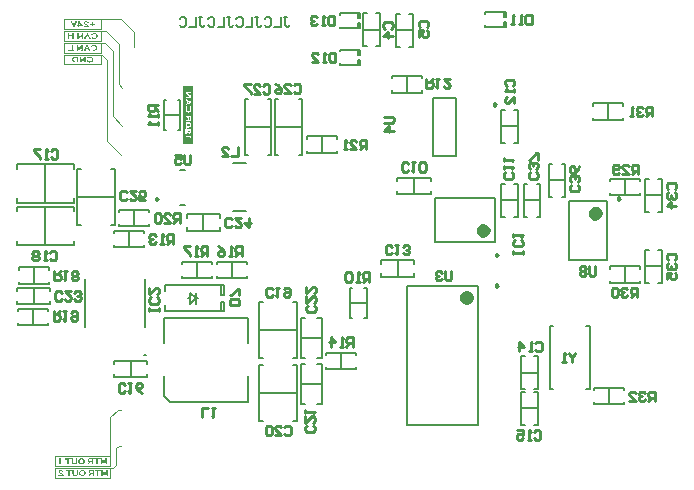
<source format=gbo>
G04*
G04 #@! TF.GenerationSoftware,Altium Limited,Altium Designer,23.0.1 (38)*
G04*
G04 Layer_Color=32896*
%FSLAX25Y25*%
%MOIN*%
G70*
G04*
G04 #@! TF.SameCoordinates,07299077-2F5B-483E-86E5-57BC813F48C1*
G04*
G04*
G04 #@! TF.FilePolarity,Positive*
G04*
G01*
G75*
%ADD10C,0.00787*%
%ADD11C,0.01000*%
%ADD12C,0.00984*%
%ADD14C,0.02362*%
%ADD15C,0.00591*%
%ADD16C,0.00394*%
%ADD17C,0.00500*%
G36*
X24609Y160447D02*
X24687Y160438D01*
X24763Y160427D01*
X24833Y160409D01*
X24897Y160389D01*
X24961Y160365D01*
X25016Y160342D01*
X25068Y160319D01*
X25115Y160293D01*
X25156Y160269D01*
X25191Y160246D01*
X25220Y160226D01*
X25243Y160208D01*
X25260Y160197D01*
X25272Y160188D01*
X25275Y160185D01*
X25293Y160170D01*
X25307Y160156D01*
X25330Y160138D01*
X25342Y160130D01*
X25345Y160127D01*
X25357Y160121D01*
X25368Y160118D01*
X25383D01*
X25403Y160121D01*
X25429Y160133D01*
X25441Y160136D01*
X25450Y160141D01*
X25455Y160144D01*
X25458D01*
X25490Y160115D01*
X25124Y159716D01*
X25095Y159748D01*
X25103Y159772D01*
X25109Y159789D01*
X25112Y159804D01*
X25115Y159816D01*
X25118Y159824D01*
Y159830D01*
Y159836D01*
X25115Y159853D01*
X25109Y159874D01*
X25103Y159891D01*
X25092Y159909D01*
X25065Y159941D01*
X25034Y159970D01*
X25001Y159996D01*
X24975Y160013D01*
X24964Y160022D01*
X24955Y160028D01*
X24952Y160031D01*
X24949D01*
X24885Y160063D01*
X24818Y160089D01*
X24757Y160107D01*
X24699Y160118D01*
X24652Y160124D01*
X24632Y160127D01*
X24614Y160130D01*
X24579D01*
X24521Y160127D01*
X24472Y160118D01*
X24428Y160109D01*
X24393Y160098D01*
X24364Y160083D01*
X24347Y160074D01*
X24332Y160066D01*
X24329Y160063D01*
X24300Y160037D01*
X24280Y160008D01*
X24262Y159976D01*
X24254Y159943D01*
X24248Y159917D01*
X24242Y159894D01*
Y159880D01*
Y159877D01*
Y159874D01*
X24245Y159833D01*
X24254Y159798D01*
X24265Y159763D01*
X24277Y159737D01*
X24291Y159714D01*
X24303Y159696D01*
X24312Y159685D01*
X24315Y159682D01*
X24347Y159652D01*
X24382Y159623D01*
X24422Y159597D01*
X24460Y159574D01*
X24495Y159556D01*
X24524Y159542D01*
X24536Y159536D01*
X24545Y159530D01*
X24547Y159527D01*
X24550D01*
X24783Y159420D01*
X24830Y159396D01*
X24873Y159376D01*
X24914Y159356D01*
X24952Y159338D01*
X24984Y159321D01*
X25016Y159303D01*
X25042Y159289D01*
X25065Y159274D01*
X25089Y159263D01*
X25106Y159251D01*
X25121Y159242D01*
X25132Y159233D01*
X25150Y159222D01*
X25156Y159219D01*
X25196Y159187D01*
X25231Y159155D01*
X25266Y159123D01*
X25295Y159088D01*
X25324Y159056D01*
X25348Y159024D01*
X25389Y158963D01*
X25420Y158907D01*
X25432Y158884D01*
X25441Y158864D01*
X25450Y158849D01*
X25455Y158838D01*
X25458Y158829D01*
Y158826D01*
X25473Y158780D01*
X25482Y158733D01*
X25490Y158684D01*
X25493Y158637D01*
X25496Y158596D01*
X25499Y158564D01*
Y158553D01*
Y158544D01*
Y158538D01*
Y158535D01*
Y158526D01*
Y158515D01*
X25496Y158486D01*
Y158471D01*
Y158459D01*
Y158451D01*
Y158448D01*
X25453D01*
X25447Y158468D01*
X25441Y158483D01*
X25435Y158494D01*
X25429Y158506D01*
X25420Y158518D01*
X25418Y158520D01*
X25406Y158526D01*
X25391Y158529D01*
X25359Y158532D01*
X25345Y158535D01*
X23855D01*
X23826Y158532D01*
X23805Y158526D01*
X23794Y158520D01*
X23791Y158518D01*
X23776Y158497D01*
X23762Y158474D01*
X23756Y158457D01*
X23753Y158451D01*
Y158448D01*
X23709D01*
Y158963D01*
X23753D01*
X23765Y158931D01*
X23776Y158911D01*
X23788Y158896D01*
X23791Y158893D01*
X23808Y158884D01*
X23832Y158878D01*
X23849Y158876D01*
X25007D01*
X24970Y158919D01*
X24952Y158934D01*
X24935Y158948D01*
X24920Y158960D01*
X24908Y158969D01*
X24903Y158972D01*
X24900Y158975D01*
X24873Y158989D01*
X24844Y159007D01*
X24777Y159036D01*
X24748Y159050D01*
X24722Y159062D01*
X24705Y159068D01*
X24702Y159071D01*
X24699D01*
X24658Y159088D01*
X24626Y159100D01*
X24600Y159111D01*
X24579Y159120D01*
X24565Y159126D01*
X24553Y159132D01*
X24550Y159134D01*
X24547D01*
X24335Y159231D01*
X24262Y159265D01*
X24195Y159300D01*
X24140Y159335D01*
X24093Y159367D01*
X24056Y159394D01*
X24029Y159414D01*
X24012Y159428D01*
X24006Y159434D01*
X23974Y159466D01*
X23945Y159501D01*
X23919Y159536D01*
X23899Y159574D01*
X23881Y159609D01*
X23867Y159644D01*
X23843Y159714D01*
X23834Y159746D01*
X23829Y159772D01*
X23826Y159798D01*
X23823Y159821D01*
X23820Y159839D01*
Y159853D01*
Y159862D01*
Y159865D01*
X23823Y159914D01*
X23829Y159961D01*
X23837Y160005D01*
X23849Y160045D01*
X23867Y160083D01*
X23881Y160118D01*
X23899Y160150D01*
X23916Y160179D01*
X23936Y160205D01*
X23954Y160229D01*
X23968Y160246D01*
X23983Y160264D01*
X23998Y160275D01*
X24006Y160284D01*
X24012Y160290D01*
X24015Y160293D01*
X24053Y160322D01*
X24091Y160345D01*
X24134Y160365D01*
X24175Y160383D01*
X24262Y160412D01*
X24344Y160430D01*
X24382Y160438D01*
X24417Y160441D01*
X24446Y160444D01*
X24475Y160447D01*
X24495Y160450D01*
X24527D01*
X24609Y160447D01*
D02*
G37*
G36*
X26916Y160191D02*
X26887Y160179D01*
X26864Y160168D01*
X26852Y160159D01*
X26849Y160156D01*
X26838Y160138D01*
X26832Y160121D01*
X26829Y160104D01*
Y160101D01*
Y160098D01*
Y159612D01*
X27321D01*
X27347Y159615D01*
X27367Y159620D01*
X27379Y159626D01*
X27382Y159629D01*
X27393Y159650D01*
X27405Y159673D01*
X27408Y159690D01*
X27411Y159696D01*
Y159699D01*
X27455D01*
Y159254D01*
X27411D01*
X27402Y159283D01*
X27391Y159306D01*
X27382Y159318D01*
X27379Y159321D01*
X27362Y159332D01*
X27341Y159338D01*
X27327Y159341D01*
X26829D01*
Y158849D01*
X26832Y158823D01*
X26838Y158803D01*
X26846Y158791D01*
X26849Y158788D01*
X26870Y158777D01*
X26890Y158765D01*
X26908Y158762D01*
X26913Y158759D01*
X26916D01*
Y158715D01*
X26471D01*
Y158759D01*
X26503Y158768D01*
X26523Y158780D01*
X26538Y158788D01*
X26541Y158791D01*
X26550Y158809D01*
X26555Y158829D01*
X26558Y158844D01*
Y158846D01*
Y158849D01*
Y159341D01*
X26069D01*
X26043Y159338D01*
X26026Y159332D01*
X26014Y159324D01*
X26011Y159321D01*
X25997Y159300D01*
X25985Y159280D01*
X25979Y159263D01*
X25976Y159257D01*
Y159254D01*
X25933D01*
Y159699D01*
X25976D01*
X25988Y159667D01*
X26000Y159647D01*
X26008Y159632D01*
X26011Y159629D01*
X26029Y159620D01*
X26046Y159615D01*
X26064Y159612D01*
X26558D01*
Y160098D01*
X26555Y160124D01*
X26550Y160141D01*
X26544Y160153D01*
X26541Y160156D01*
X26520Y160170D01*
X26497Y160182D01*
X26480Y160188D01*
X26474Y160191D01*
X26471D01*
Y160234D01*
X26916D01*
Y160191D01*
D02*
G37*
G36*
X22548Y160374D02*
X22525Y160368D01*
X22508Y160360D01*
X22496Y160351D01*
X22487Y160339D01*
X22481Y160330D01*
X22479Y160322D01*
Y160316D01*
Y160313D01*
X22481Y160301D01*
X22487Y160287D01*
X22508Y160252D01*
X22519Y160237D01*
X22531Y160226D01*
X22537Y160217D01*
X22540Y160214D01*
X23474Y159164D01*
Y158765D01*
X23430D01*
X23427Y158785D01*
X23421Y158800D01*
X23415Y158811D01*
X23410Y158820D01*
X23398Y158832D01*
X23395Y158835D01*
X23383Y158841D01*
X23369Y158846D01*
X23334Y158849D01*
X23317Y158852D01*
X22298D01*
Y158678D01*
X22301Y158649D01*
X22307Y158628D01*
X22316Y158617D01*
X22318Y158611D01*
X22339Y158596D01*
X22359Y158587D01*
X22377Y158582D01*
X22382Y158579D01*
X22385D01*
Y158535D01*
X21812D01*
Y158579D01*
X21844Y158587D01*
X21865Y158599D01*
X21879Y158608D01*
X21882Y158611D01*
X21891Y158631D01*
X21896Y158654D01*
X21899Y158672D01*
Y158675D01*
Y158678D01*
Y158852D01*
X21798D01*
X21768Y158849D01*
X21748Y158844D01*
X21734Y158835D01*
X21731Y158832D01*
X21716Y158811D01*
X21701Y158791D01*
X21696Y158774D01*
X21693Y158768D01*
Y158765D01*
X21649D01*
Y159251D01*
X21693D01*
X21704Y159219D01*
X21716Y159199D01*
X21728Y159184D01*
X21731Y159181D01*
X21751Y159172D01*
X21771Y159167D01*
X21789Y159164D01*
X21899D01*
Y160272D01*
X21896Y160287D01*
X21894Y160301D01*
X21876Y160322D01*
X21862Y160333D01*
X21859Y160336D01*
X21856D01*
X21824Y160351D01*
X21792Y160365D01*
X21780Y160368D01*
X21771Y160371D01*
X21766Y160374D01*
X21763D01*
Y160418D01*
X22548D01*
Y160374D01*
D02*
G37*
G36*
X21594D02*
X21574Y160371D01*
X21556Y160365D01*
X21542Y160360D01*
X21530Y160354D01*
X21518Y160342D01*
X21512Y160339D01*
X21501Y160325D01*
X21489Y160304D01*
X21475Y160278D01*
X21463Y160252D01*
X21448Y160226D01*
X21440Y160205D01*
X21434Y160191D01*
X21431Y160188D01*
Y160185D01*
X20776Y158777D01*
X20762Y158745D01*
X20753Y158721D01*
X20744Y158701D01*
X20741Y158684D01*
X20738Y158675D01*
X20735Y158666D01*
Y158660D01*
X20738Y158637D01*
X20750Y158619D01*
X20762Y158605D01*
X20779Y158593D01*
X20794Y158587D01*
X20808Y158582D01*
X20820Y158579D01*
X20823D01*
Y158535D01*
X20174D01*
Y158579D01*
X20203Y158584D01*
X20223Y158596D01*
X20241Y158611D01*
X20249Y158625D01*
X20255Y158637D01*
X20258Y158649D01*
X20261Y158657D01*
Y158660D01*
X20258Y158672D01*
X20255Y158689D01*
X20241Y158727D01*
X20232Y158747D01*
X20226Y158762D01*
X20223Y158774D01*
X20220Y158777D01*
X19566Y160185D01*
X19545Y160229D01*
X19528Y160264D01*
X19513Y160290D01*
X19502Y160310D01*
X19496Y160325D01*
X19490Y160333D01*
X19484Y160339D01*
X19473Y160348D01*
X19461Y160357D01*
X19432Y160365D01*
X19420Y160371D01*
X19408D01*
X19403Y160374D01*
X19400D01*
Y160418D01*
X20046D01*
Y160374D01*
X20017Y160365D01*
X19993Y160354D01*
X19979Y160339D01*
X19967Y160328D01*
X19961Y160316D01*
X19955Y160304D01*
Y160299D01*
Y160296D01*
Y160281D01*
X19961Y160264D01*
X19970Y160226D01*
X19976Y160211D01*
X19982Y160197D01*
X19985Y160188D01*
X19987Y160185D01*
X20485Y159076D01*
X20983Y160185D01*
X20994Y160211D01*
X21000Y160234D01*
X21006Y160252D01*
X21012Y160266D01*
Y160281D01*
X21015Y160290D01*
Y160293D01*
Y160296D01*
X21012Y160316D01*
X21000Y160333D01*
X20986Y160345D01*
X20968Y160357D01*
X20954Y160365D01*
X20939Y160371D01*
X20928Y160374D01*
X20924D01*
Y160418D01*
X21594D01*
Y160374D01*
D02*
G37*
G36*
X60321Y119488D02*
X57002D01*
Y138780D01*
X60321D01*
Y119488D01*
D02*
G37*
G36*
X29119Y14295D02*
X29075D01*
X29070Y14312D01*
X29067Y14327D01*
X29055Y14347D01*
X29046Y14359D01*
X29043Y14362D01*
X29023Y14373D01*
X29000Y14379D01*
X28982Y14382D01*
X28389D01*
Y12953D01*
X28392Y12924D01*
X28397Y12904D01*
X28406Y12892D01*
X28409Y12886D01*
X28429Y12872D01*
X28450Y12863D01*
X28467Y12857D01*
X28473Y12854D01*
X28476D01*
Y12810D01*
X27891D01*
Y12854D01*
X27923Y12863D01*
X27943Y12875D01*
X27958Y12883D01*
X27961Y12886D01*
X27970Y12907D01*
X27975Y12930D01*
X27978Y12947D01*
Y12950D01*
Y12953D01*
Y14382D01*
X27393D01*
X27364Y14379D01*
X27344Y14373D01*
X27332Y14364D01*
X27329Y14362D01*
X27321Y14353D01*
X27315Y14344D01*
X27300Y14321D01*
X27294Y14303D01*
X27292Y14298D01*
Y14295D01*
X27248D01*
Y14781D01*
X27292D01*
X27297Y14763D01*
X27303Y14749D01*
X27315Y14725D01*
X27327Y14714D01*
X27329Y14711D01*
X27347Y14702D01*
X27370Y14696D01*
X27388Y14693D01*
X28976D01*
X29006Y14696D01*
X29026Y14702D01*
X29038Y14708D01*
X29041Y14711D01*
X29046Y14719D01*
X29055Y14728D01*
X29067Y14751D01*
X29072Y14772D01*
X29075Y14778D01*
Y14781D01*
X29119D01*
Y14295D01*
D02*
G37*
G36*
X19504D02*
X19461D01*
X19455Y14312D01*
X19452Y14327D01*
X19440Y14347D01*
X19432Y14359D01*
X19429Y14362D01*
X19408Y14373D01*
X19385Y14379D01*
X19368Y14382D01*
X18774D01*
Y12953D01*
X18777Y12924D01*
X18783Y12904D01*
X18791Y12892D01*
X18794Y12886D01*
X18815Y12872D01*
X18835Y12863D01*
X18853Y12857D01*
X18858Y12854D01*
X18861D01*
Y12810D01*
X18276D01*
Y12854D01*
X18308Y12863D01*
X18329Y12875D01*
X18343Y12883D01*
X18346Y12886D01*
X18355Y12907D01*
X18361Y12930D01*
X18364Y12947D01*
Y12950D01*
Y12953D01*
Y14382D01*
X17779D01*
X17750Y14379D01*
X17729Y14373D01*
X17718Y14364D01*
X17715Y14362D01*
X17706Y14353D01*
X17700Y14344D01*
X17686Y14321D01*
X17680Y14303D01*
X17677Y14298D01*
Y14295D01*
X17633D01*
Y14781D01*
X17677D01*
X17683Y14763D01*
X17689Y14749D01*
X17700Y14725D01*
X17712Y14714D01*
X17715Y14711D01*
X17732Y14702D01*
X17755Y14696D01*
X17773Y14693D01*
X19362D01*
X19391Y14696D01*
X19411Y14702D01*
X19423Y14708D01*
X19426Y14711D01*
X19432Y14719D01*
X19440Y14728D01*
X19452Y14751D01*
X19458Y14772D01*
X19461Y14778D01*
Y14781D01*
X19504D01*
Y14295D01*
D02*
G37*
G36*
X16120Y14650D02*
X16091Y14638D01*
X16068Y14626D01*
X16056Y14615D01*
X16053Y14612D01*
X16041Y14591D01*
X16036Y14571D01*
X16033Y14554D01*
Y14551D01*
Y14548D01*
Y14466D01*
X16152Y14434D01*
X16170Y14431D01*
X16193D01*
X16213Y14434D01*
X16225Y14440D01*
X16234Y14443D01*
X16237Y14446D01*
X16242Y14452D01*
X16245Y14463D01*
X16254Y14484D01*
X16260Y14504D01*
X16263Y14510D01*
Y14513D01*
X16306D01*
Y14012D01*
X16263D01*
X16254Y14044D01*
X16242Y14065D01*
X16234Y14079D01*
X16231Y14082D01*
X16210Y14097D01*
X16190Y14105D01*
X16172Y14111D01*
X16167Y14114D01*
X16164D01*
X16033Y14143D01*
Y12953D01*
X16036Y12924D01*
X16041Y12904D01*
X16050Y12892D01*
X16053Y12886D01*
X16073Y12872D01*
X16094Y12863D01*
X16111Y12857D01*
X16117Y12854D01*
X16120D01*
Y12810D01*
X15547D01*
Y12854D01*
X15579Y12863D01*
X15599Y12875D01*
X15614Y12883D01*
X15617Y12886D01*
X15625Y12907D01*
X15631Y12930D01*
X15634Y12947D01*
Y12950D01*
Y12953D01*
Y14548D01*
X15631Y14577D01*
X15625Y14597D01*
X15620Y14609D01*
X15617Y14612D01*
X15596Y14626D01*
X15573Y14641D01*
X15555Y14647D01*
X15550Y14650D01*
X15547D01*
Y14693D01*
X16120D01*
Y14650D01*
D02*
G37*
G36*
X31697D02*
X31668Y14638D01*
X31645Y14626D01*
X31633Y14615D01*
X31630Y14612D01*
X31619Y14594D01*
X31613Y14571D01*
X31610Y14554D01*
Y14551D01*
Y14548D01*
Y12953D01*
X31613Y12924D01*
X31619Y12904D01*
X31628Y12892D01*
X31630Y12886D01*
X31651Y12872D01*
X31671Y12863D01*
X31689Y12857D01*
X31694Y12854D01*
X31697D01*
Y12810D01*
X31147D01*
Y12854D01*
X31179Y12863D01*
X31200Y12875D01*
X31214Y12883D01*
X31217Y12886D01*
X31226Y12907D01*
X31232Y12930D01*
X31235Y12947D01*
Y12950D01*
Y12953D01*
Y14114D01*
X30542Y12810D01*
X29806Y14114D01*
Y12953D01*
X29809Y12924D01*
X29814Y12904D01*
X29823Y12892D01*
X29826Y12886D01*
X29847Y12872D01*
X29867Y12863D01*
X29884Y12857D01*
X29890Y12854D01*
X29893D01*
Y12810D01*
X29308D01*
Y12854D01*
X29340Y12863D01*
X29361Y12875D01*
X29375Y12883D01*
X29378Y12886D01*
X29387Y12907D01*
X29393Y12930D01*
X29395Y12947D01*
Y12950D01*
Y12953D01*
Y14548D01*
X29393Y14577D01*
X29387Y14597D01*
X29381Y14609D01*
X29378Y14612D01*
X29358Y14626D01*
X29334Y14641D01*
X29317Y14647D01*
X29311Y14650D01*
X29308D01*
Y14693D01*
X30021D01*
Y14650D01*
X29998Y14644D01*
X29980Y14635D01*
X29969Y14626D01*
X29960Y14615D01*
X29954Y14603D01*
X29951Y14594D01*
Y14589D01*
Y14586D01*
Y14574D01*
X29957Y14559D01*
X29969Y14527D01*
X29975Y14516D01*
X29980Y14504D01*
X29983Y14495D01*
X29986Y14492D01*
X30507Y13535D01*
X31019Y14510D01*
X31031Y14533D01*
X31037Y14554D01*
X31040Y14565D01*
Y14571D01*
X31037Y14591D01*
X31031Y14609D01*
X31019Y14623D01*
X31008Y14632D01*
X30996Y14641D01*
X30984Y14647D01*
X30979Y14650D01*
X30976D01*
Y14693D01*
X31697D01*
Y14650D01*
D02*
G37*
G36*
X21696D02*
X21666Y14638D01*
X21643Y14626D01*
X21632Y14615D01*
X21629Y14612D01*
X21617Y14594D01*
X21611Y14571D01*
X21608Y14554D01*
Y14551D01*
Y14548D01*
Y13491D01*
X21605Y13419D01*
X21600Y13355D01*
X21591Y13296D01*
X21582Y13247D01*
X21573Y13206D01*
X21565Y13177D01*
X21562Y13165D01*
X21559Y13157D01*
X21556Y13154D01*
Y13151D01*
X21533Y13099D01*
X21504Y13055D01*
X21472Y13014D01*
X21440Y12982D01*
X21410Y12956D01*
X21387Y12936D01*
X21370Y12924D01*
X21367Y12921D01*
X21364D01*
X21317Y12895D01*
X21265Y12875D01*
X21213Y12854D01*
X21154Y12840D01*
X21041Y12813D01*
X20930Y12796D01*
X20878Y12790D01*
X20831Y12787D01*
X20788Y12784D01*
X20750Y12781D01*
X20721Y12778D01*
X20677D01*
X20567Y12781D01*
X20462Y12790D01*
X20369Y12802D01*
X20284Y12819D01*
X20211Y12840D01*
X20142Y12863D01*
X20084Y12886D01*
X20031Y12912D01*
X19987Y12936D01*
X19950Y12959D01*
X19920Y12982D01*
X19894Y13003D01*
X19877Y13020D01*
X19862Y13032D01*
X19857Y13040D01*
X19854Y13043D01*
X19833Y13072D01*
X19816Y13107D01*
X19790Y13177D01*
X19769Y13253D01*
X19758Y13326D01*
X19752Y13358D01*
X19749Y13390D01*
X19746Y13419D01*
Y13442D01*
X19743Y13462D01*
Y13480D01*
Y13488D01*
Y13491D01*
Y14548D01*
X19740Y14577D01*
X19734Y14597D01*
X19728Y14609D01*
X19726Y14612D01*
X19705Y14626D01*
X19682Y14641D01*
X19664Y14647D01*
X19659Y14650D01*
X19656D01*
Y14693D01*
X20209D01*
Y14650D01*
X20179Y14638D01*
X20156Y14626D01*
X20145Y14615D01*
X20142Y14612D01*
X20130Y14594D01*
X20124Y14571D01*
X20121Y14554D01*
Y14551D01*
Y14548D01*
Y13608D01*
Y13550D01*
X20124Y13500D01*
X20127Y13459D01*
X20130Y13427D01*
X20136Y13401D01*
X20139Y13381D01*
X20142Y13369D01*
Y13366D01*
X20159Y13314D01*
X20171Y13294D01*
X20179Y13273D01*
X20191Y13259D01*
X20197Y13247D01*
X20203Y13241D01*
X20206Y13238D01*
X20232Y13215D01*
X20264Y13192D01*
X20334Y13157D01*
X20409Y13134D01*
X20482Y13116D01*
X20517Y13110D01*
X20552Y13107D01*
X20581Y13102D01*
X20607D01*
X20631Y13099D01*
X20660D01*
X20718Y13102D01*
X20773Y13104D01*
X20823Y13110D01*
X20866Y13122D01*
X20907Y13131D01*
X20945Y13142D01*
X20980Y13157D01*
X21009Y13168D01*
X21032Y13183D01*
X21055Y13195D01*
X21073Y13206D01*
X21087Y13218D01*
X21099Y13227D01*
X21108Y13232D01*
X21111Y13235D01*
X21114Y13238D01*
X21131Y13259D01*
X21146Y13282D01*
X21166Y13323D01*
X21172Y13340D01*
X21178Y13355D01*
X21181Y13363D01*
Y13366D01*
X21186Y13398D01*
X21189Y13436D01*
X21195Y13477D01*
Y13518D01*
X21198Y13553D01*
Y13582D01*
Y13593D01*
Y13602D01*
Y13605D01*
Y13608D01*
Y14548D01*
X21195Y14577D01*
X21189Y14597D01*
X21183Y14609D01*
X21181Y14612D01*
X21160Y14626D01*
X21137Y14641D01*
X21120Y14647D01*
X21114Y14650D01*
X21111D01*
Y14693D01*
X21696D01*
Y14650D01*
D02*
G37*
G36*
X27065D02*
X27035Y14638D01*
X27012Y14626D01*
X27001Y14615D01*
X26998Y14612D01*
X26986Y14594D01*
X26980Y14571D01*
X26977Y14554D01*
Y14551D01*
Y14548D01*
Y12953D01*
X26980Y12924D01*
X26986Y12904D01*
X26995Y12892D01*
X26998Y12886D01*
X27018Y12872D01*
X27038Y12863D01*
X27056Y12857D01*
X27062Y12854D01*
X27065D01*
Y12810D01*
X26480D01*
Y12854D01*
X26512Y12863D01*
X26532Y12875D01*
X26547Y12883D01*
X26550Y12886D01*
X26558Y12907D01*
X26564Y12930D01*
X26567Y12947D01*
Y12950D01*
Y12953D01*
Y13579D01*
X26066D01*
X25685Y13023D01*
X25662Y12991D01*
X25647Y12965D01*
X25636Y12944D01*
X25627Y12927D01*
X25621Y12915D01*
X25618Y12909D01*
Y12904D01*
X25621Y12889D01*
X25630Y12877D01*
X25642Y12872D01*
X25653Y12863D01*
X25665Y12860D01*
X25677Y12857D01*
X25685Y12854D01*
X25688D01*
Y12810D01*
X25007D01*
Y12854D01*
X25030Y12857D01*
X25054Y12863D01*
X25071Y12869D01*
X25089Y12875D01*
X25103Y12883D01*
X25112Y12889D01*
X25118Y12892D01*
X25121Y12895D01*
X25138Y12915D01*
X25161Y12938D01*
X25185Y12968D01*
X25208Y13000D01*
X25228Y13026D01*
X25246Y13049D01*
X25258Y13067D01*
X25260Y13072D01*
X25627Y13593D01*
X25580Y13602D01*
X25537Y13614D01*
X25458Y13640D01*
X25388Y13672D01*
X25330Y13710D01*
X25278Y13753D01*
X25237Y13797D01*
X25202Y13844D01*
X25176Y13893D01*
X25156Y13940D01*
X25138Y13983D01*
X25126Y14024D01*
X25121Y14059D01*
X25115Y14088D01*
X25112Y14111D01*
Y14126D01*
Y14132D01*
X25115Y14181D01*
X25121Y14228D01*
X25129Y14271D01*
X25138Y14309D01*
X25147Y14341D01*
X25156Y14364D01*
X25161Y14379D01*
X25164Y14385D01*
X25188Y14428D01*
X25214Y14466D01*
X25240Y14501D01*
X25266Y14527D01*
X25289Y14551D01*
X25310Y14565D01*
X25321Y14577D01*
X25327Y14580D01*
X25362Y14600D01*
X25400Y14620D01*
X25438Y14635D01*
X25473Y14647D01*
X25502Y14655D01*
X25528Y14661D01*
X25543Y14667D01*
X25548D01*
X25598Y14676D01*
X25653Y14682D01*
X25711Y14687D01*
X25767Y14690D01*
X25813Y14693D01*
X27065D01*
Y14650D01*
D02*
G37*
G36*
X23159Y14719D02*
X23270Y14702D01*
X23372Y14679D01*
X23465Y14650D01*
X23549Y14615D01*
X23625Y14577D01*
X23695Y14536D01*
X23756Y14492D01*
X23808Y14452D01*
X23855Y14411D01*
X23893Y14373D01*
X23922Y14338D01*
X23948Y14309D01*
X23963Y14289D01*
X23974Y14274D01*
X23977Y14268D01*
X24003Y14225D01*
X24024Y14178D01*
X24044Y14134D01*
X24058Y14088D01*
X24085Y14001D01*
X24102Y13922D01*
X24108Y13884D01*
X24111Y13852D01*
X24114Y13823D01*
X24117Y13797D01*
X24120Y13780D01*
Y13762D01*
Y13753D01*
Y13750D01*
X24117Y13681D01*
X24108Y13614D01*
X24096Y13550D01*
X24085Y13494D01*
X24073Y13448D01*
X24067Y13430D01*
X24061Y13413D01*
X24056Y13401D01*
X24053Y13393D01*
X24050Y13387D01*
Y13384D01*
X24018Y13311D01*
X23980Y13247D01*
X23942Y13189D01*
X23904Y13139D01*
X23869Y13099D01*
X23843Y13070D01*
X23832Y13058D01*
X23823Y13049D01*
X23820Y13046D01*
X23817Y13043D01*
X23759Y12997D01*
X23701Y12956D01*
X23637Y12921D01*
X23573Y12889D01*
X23506Y12866D01*
X23442Y12843D01*
X23378Y12825D01*
X23316Y12810D01*
X23261Y12802D01*
X23206Y12793D01*
X23159Y12787D01*
X23119Y12781D01*
X23084D01*
X23057Y12778D01*
X23037D01*
X22918Y12784D01*
X22810Y12799D01*
X22708Y12822D01*
X22615Y12851D01*
X22531Y12883D01*
X22455Y12924D01*
X22385Y12965D01*
X22324Y13008D01*
X22272Y13049D01*
X22225Y13090D01*
X22187Y13131D01*
X22155Y13165D01*
X22129Y13195D01*
X22115Y13215D01*
X22103Y13229D01*
X22100Y13235D01*
X22074Y13279D01*
X22051Y13323D01*
X22030Y13369D01*
X22013Y13413D01*
X21987Y13497D01*
X21969Y13576D01*
X21963Y13611D01*
X21960Y13640D01*
X21958Y13669D01*
X21955Y13692D01*
X21952Y13713D01*
Y13727D01*
Y13736D01*
Y13739D01*
X21955Y13820D01*
X21963Y13896D01*
X21981Y13969D01*
X21998Y14036D01*
X22021Y14100D01*
X22048Y14161D01*
X22077Y14213D01*
X22103Y14263D01*
X22132Y14306D01*
X22161Y14347D01*
X22187Y14379D01*
X22211Y14408D01*
X22228Y14428D01*
X22243Y14446D01*
X22254Y14455D01*
X22257Y14458D01*
X22312Y14504D01*
X22374Y14545D01*
X22438Y14583D01*
X22502Y14612D01*
X22569Y14638D01*
X22633Y14661D01*
X22697Y14679D01*
X22758Y14693D01*
X22816Y14702D01*
X22868Y14711D01*
X22918Y14717D01*
X22959Y14722D01*
X22994D01*
X23020Y14725D01*
X23040D01*
X23159Y14719D01*
D02*
G37*
G36*
X29387Y10385D02*
X29343D01*
X29337Y10403D01*
X29334Y10417D01*
X29323Y10438D01*
X29314Y10449D01*
X29311Y10452D01*
X29291Y10464D01*
X29267Y10470D01*
X29250Y10473D01*
X28656D01*
Y9044D01*
X28659Y9015D01*
X28665Y8994D01*
X28674Y8983D01*
X28677Y8977D01*
X28697Y8962D01*
X28717Y8953D01*
X28735Y8948D01*
X28741Y8945D01*
X28744D01*
Y8901D01*
X28159D01*
Y8945D01*
X28191Y8953D01*
X28211Y8965D01*
X28226Y8974D01*
X28229Y8977D01*
X28237Y8997D01*
X28243Y9020D01*
X28246Y9038D01*
Y9041D01*
Y9044D01*
Y10473D01*
X27661D01*
X27632Y10470D01*
X27612Y10464D01*
X27600Y10455D01*
X27597Y10452D01*
X27588Y10443D01*
X27583Y10435D01*
X27568Y10411D01*
X27562Y10394D01*
X27559Y10388D01*
Y10385D01*
X27516D01*
Y10871D01*
X27559D01*
X27565Y10854D01*
X27571Y10839D01*
X27583Y10816D01*
X27594Y10804D01*
X27597Y10801D01*
X27615Y10793D01*
X27638Y10787D01*
X27655Y10784D01*
X29244D01*
X29273Y10787D01*
X29294Y10793D01*
X29305Y10798D01*
X29308Y10801D01*
X29314Y10810D01*
X29323Y10819D01*
X29334Y10842D01*
X29340Y10863D01*
X29343Y10868D01*
Y10871D01*
X29387D01*
Y10385D01*
D02*
G37*
G36*
X19772D02*
X19728D01*
X19723Y10403D01*
X19720Y10417D01*
X19708Y10438D01*
X19699Y10449D01*
X19696Y10452D01*
X19676Y10464D01*
X19653Y10470D01*
X19635Y10473D01*
X19042D01*
Y9044D01*
X19045Y9015D01*
X19050Y8994D01*
X19059Y8983D01*
X19062Y8977D01*
X19083Y8962D01*
X19103Y8953D01*
X19120Y8948D01*
X19126Y8945D01*
X19129D01*
Y8901D01*
X18544D01*
Y8945D01*
X18576Y8953D01*
X18597Y8965D01*
X18611Y8974D01*
X18614Y8977D01*
X18623Y8997D01*
X18629Y9020D01*
X18631Y9038D01*
Y9041D01*
Y9044D01*
Y10473D01*
X18046D01*
X18017Y10470D01*
X17997Y10464D01*
X17985Y10455D01*
X17982Y10452D01*
X17974Y10443D01*
X17968Y10435D01*
X17953Y10411D01*
X17948Y10394D01*
X17945Y10388D01*
Y10385D01*
X17901D01*
Y10871D01*
X17945D01*
X17951Y10854D01*
X17956Y10839D01*
X17968Y10816D01*
X17980Y10804D01*
X17982Y10801D01*
X18000Y10793D01*
X18023Y10787D01*
X18041Y10784D01*
X19629D01*
X19659Y10787D01*
X19679Y10793D01*
X19691Y10798D01*
X19693Y10801D01*
X19699Y10810D01*
X19708Y10819D01*
X19720Y10842D01*
X19726Y10863D01*
X19728Y10868D01*
Y10871D01*
X19772D01*
Y10385D01*
D02*
G37*
G36*
X16178Y10813D02*
X16257Y10804D01*
X16332Y10793D01*
X16402Y10775D01*
X16466Y10755D01*
X16530Y10731D01*
X16586Y10708D01*
X16638Y10685D01*
X16685Y10659D01*
X16725Y10635D01*
X16760Y10612D01*
X16789Y10592D01*
X16813Y10574D01*
X16830Y10563D01*
X16842Y10554D01*
X16845Y10551D01*
X16862Y10537D01*
X16877Y10522D01*
X16900Y10505D01*
X16912Y10496D01*
X16915Y10493D01*
X16926Y10487D01*
X16938Y10484D01*
X16952D01*
X16973Y10487D01*
X16999Y10499D01*
X17010Y10502D01*
X17019Y10508D01*
X17025Y10510D01*
X17028D01*
X17060Y10481D01*
X16693Y10083D01*
X16664Y10115D01*
X16673Y10138D01*
X16679Y10155D01*
X16682Y10170D01*
X16685Y10182D01*
X16688Y10190D01*
Y10196D01*
Y10202D01*
X16685Y10219D01*
X16679Y10240D01*
X16673Y10257D01*
X16661Y10275D01*
X16635Y10307D01*
X16603Y10336D01*
X16571Y10362D01*
X16545Y10379D01*
X16533Y10388D01*
X16525Y10394D01*
X16522Y10397D01*
X16519D01*
X16455Y10429D01*
X16388Y10455D01*
X16327Y10473D01*
X16269Y10484D01*
X16222Y10490D01*
X16202Y10493D01*
X16184Y10496D01*
X16149D01*
X16091Y10493D01*
X16041Y10484D01*
X15998Y10475D01*
X15963Y10464D01*
X15934Y10449D01*
X15916Y10441D01*
X15902Y10432D01*
X15899Y10429D01*
X15870Y10403D01*
X15849Y10374D01*
X15832Y10342D01*
X15823Y10310D01*
X15817Y10283D01*
X15812Y10260D01*
Y10246D01*
Y10243D01*
Y10240D01*
X15814Y10199D01*
X15823Y10164D01*
X15835Y10129D01*
X15846Y10103D01*
X15861Y10080D01*
X15873Y10062D01*
X15881Y10051D01*
X15884Y10048D01*
X15916Y10019D01*
X15951Y9990D01*
X15992Y9963D01*
X16030Y9940D01*
X16065Y9922D01*
X16094Y9908D01*
X16105Y9902D01*
X16114Y9896D01*
X16117Y9893D01*
X16120D01*
X16353Y9786D01*
X16399Y9763D01*
X16443Y9742D01*
X16484Y9722D01*
X16522Y9704D01*
X16554Y9687D01*
X16586Y9669D01*
X16612Y9655D01*
X16635Y9640D01*
X16658Y9629D01*
X16676Y9617D01*
X16690Y9608D01*
X16702Y9600D01*
X16720Y9588D01*
X16725Y9585D01*
X16766Y9553D01*
X16801Y9521D01*
X16836Y9489D01*
X16865Y9454D01*
X16894Y9422D01*
X16917Y9390D01*
X16958Y9329D01*
X16990Y9274D01*
X17002Y9250D01*
X17010Y9230D01*
X17019Y9215D01*
X17025Y9204D01*
X17028Y9195D01*
Y9192D01*
X17042Y9146D01*
X17051Y9099D01*
X17060Y9050D01*
X17063Y9003D01*
X17066Y8962D01*
X17069Y8930D01*
Y8919D01*
Y8910D01*
Y8904D01*
Y8901D01*
Y8892D01*
Y8881D01*
X17066Y8852D01*
Y8837D01*
Y8826D01*
Y8817D01*
Y8814D01*
X17022D01*
X17016Y8834D01*
X17010Y8849D01*
X17005Y8860D01*
X16999Y8872D01*
X16990Y8884D01*
X16987Y8887D01*
X16976Y8892D01*
X16961Y8895D01*
X16929Y8898D01*
X16915Y8901D01*
X15425D01*
X15395Y8898D01*
X15375Y8892D01*
X15363Y8887D01*
X15361Y8884D01*
X15346Y8863D01*
X15331Y8840D01*
X15326Y8823D01*
X15323Y8817D01*
Y8814D01*
X15279D01*
Y9329D01*
X15323D01*
X15334Y9297D01*
X15346Y9277D01*
X15358Y9262D01*
X15361Y9259D01*
X15378Y9250D01*
X15401Y9245D01*
X15419Y9242D01*
X16577D01*
X16539Y9285D01*
X16522Y9300D01*
X16504Y9314D01*
X16490Y9326D01*
X16478Y9335D01*
X16472Y9338D01*
X16469Y9341D01*
X16443Y9355D01*
X16414Y9373D01*
X16347Y9402D01*
X16318Y9416D01*
X16292Y9428D01*
X16274Y9434D01*
X16271Y9437D01*
X16269D01*
X16228Y9454D01*
X16196Y9466D01*
X16170Y9477D01*
X16149Y9486D01*
X16135Y9492D01*
X16123Y9498D01*
X16120Y9501D01*
X16117D01*
X15905Y9597D01*
X15832Y9632D01*
X15765Y9667D01*
X15710Y9701D01*
X15663Y9733D01*
X15625Y9760D01*
X15599Y9780D01*
X15582Y9794D01*
X15576Y9800D01*
X15544Y9832D01*
X15515Y9867D01*
X15489Y9902D01*
X15468Y9940D01*
X15451Y9975D01*
X15436Y10010D01*
X15413Y10080D01*
X15404Y10112D01*
X15398Y10138D01*
X15395Y10164D01*
X15393Y10187D01*
X15390Y10205D01*
Y10219D01*
Y10228D01*
Y10231D01*
X15393Y10281D01*
X15398Y10327D01*
X15407Y10371D01*
X15419Y10411D01*
X15436Y10449D01*
X15451Y10484D01*
X15468Y10516D01*
X15486Y10545D01*
X15506Y10571D01*
X15524Y10595D01*
X15538Y10612D01*
X15553Y10630D01*
X15567Y10641D01*
X15576Y10650D01*
X15582Y10656D01*
X15585Y10659D01*
X15622Y10688D01*
X15660Y10711D01*
X15704Y10731D01*
X15745Y10749D01*
X15832Y10778D01*
X15913Y10796D01*
X15951Y10804D01*
X15986Y10807D01*
X16015Y10810D01*
X16044Y10813D01*
X16065Y10816D01*
X16097D01*
X16178Y10813D01*
D02*
G37*
G36*
X31965Y10740D02*
X31936Y10729D01*
X31913Y10717D01*
X31901Y10705D01*
X31898Y10702D01*
X31887Y10685D01*
X31881Y10662D01*
X31878Y10644D01*
Y10641D01*
Y10638D01*
Y9044D01*
X31881Y9015D01*
X31887Y8994D01*
X31895Y8983D01*
X31898Y8977D01*
X31918Y8962D01*
X31939Y8953D01*
X31956Y8948D01*
X31962Y8945D01*
X31965D01*
Y8901D01*
X31415D01*
Y8945D01*
X31447Y8953D01*
X31467Y8965D01*
X31482Y8974D01*
X31485Y8977D01*
X31494Y8997D01*
X31499Y9020D01*
X31502Y9038D01*
Y9041D01*
Y9044D01*
Y10205D01*
X30810Y8901D01*
X30073Y10205D01*
Y9044D01*
X30076Y9015D01*
X30082Y8994D01*
X30091Y8983D01*
X30094Y8977D01*
X30114Y8962D01*
X30135Y8953D01*
X30152Y8948D01*
X30158Y8945D01*
X30161D01*
Y8901D01*
X29576D01*
Y8945D01*
X29608Y8953D01*
X29628Y8965D01*
X29643Y8974D01*
X29646Y8977D01*
X29654Y8997D01*
X29660Y9020D01*
X29663Y9038D01*
Y9041D01*
Y9044D01*
Y10638D01*
X29660Y10667D01*
X29654Y10688D01*
X29649Y10700D01*
X29646Y10702D01*
X29625Y10717D01*
X29602Y10731D01*
X29585Y10737D01*
X29579Y10740D01*
X29576D01*
Y10784D01*
X30289D01*
Y10740D01*
X30266Y10734D01*
X30248Y10726D01*
X30237Y10717D01*
X30228Y10705D01*
X30222Y10694D01*
X30219Y10685D01*
Y10679D01*
Y10676D01*
Y10665D01*
X30225Y10650D01*
X30237Y10618D01*
X30242Y10606D01*
X30248Y10595D01*
X30251Y10586D01*
X30254Y10583D01*
X30775Y9626D01*
X31287Y10601D01*
X31299Y10624D01*
X31304Y10644D01*
X31307Y10656D01*
Y10662D01*
X31304Y10682D01*
X31299Y10700D01*
X31287Y10714D01*
X31275Y10723D01*
X31264Y10731D01*
X31252Y10737D01*
X31246Y10740D01*
X31243D01*
Y10784D01*
X31965D01*
Y10740D01*
D02*
G37*
G36*
X21963D02*
X21934Y10729D01*
X21911Y10717D01*
X21899Y10705D01*
X21896Y10702D01*
X21885Y10685D01*
X21879Y10662D01*
X21876Y10644D01*
Y10641D01*
Y10638D01*
Y9582D01*
X21873Y9509D01*
X21867Y9445D01*
X21859Y9387D01*
X21850Y9338D01*
X21841Y9297D01*
X21832Y9268D01*
X21829Y9256D01*
X21827Y9247D01*
X21824Y9245D01*
Y9242D01*
X21800Y9189D01*
X21771Y9146D01*
X21739Y9105D01*
X21707Y9073D01*
X21678Y9047D01*
X21655Y9026D01*
X21637Y9015D01*
X21634Y9012D01*
X21632D01*
X21585Y8986D01*
X21533Y8965D01*
X21480Y8945D01*
X21422Y8930D01*
X21309Y8904D01*
X21198Y8887D01*
X21146Y8881D01*
X21099Y8878D01*
X21055Y8875D01*
X21018Y8872D01*
X20989Y8869D01*
X20945D01*
X20834Y8872D01*
X20730Y8881D01*
X20636Y8892D01*
X20552Y8910D01*
X20479Y8930D01*
X20409Y8953D01*
X20351Y8977D01*
X20299Y9003D01*
X20255Y9026D01*
X20217Y9050D01*
X20188Y9073D01*
X20162Y9093D01*
X20145Y9111D01*
X20130Y9122D01*
X20124Y9131D01*
X20121Y9134D01*
X20101Y9163D01*
X20084Y9198D01*
X20057Y9268D01*
X20037Y9343D01*
X20025Y9416D01*
X20019Y9448D01*
X20017Y9480D01*
X20014Y9509D01*
Y9533D01*
X20011Y9553D01*
Y9570D01*
Y9579D01*
Y9582D01*
Y10638D01*
X20008Y10667D01*
X20002Y10688D01*
X19996Y10700D01*
X19993Y10702D01*
X19973Y10717D01*
X19950Y10731D01*
X19932Y10737D01*
X19926Y10740D01*
X19923D01*
Y10784D01*
X20476D01*
Y10740D01*
X20447Y10729D01*
X20424Y10717D01*
X20412Y10705D01*
X20409Y10702D01*
X20398Y10685D01*
X20392Y10662D01*
X20389Y10644D01*
Y10641D01*
Y10638D01*
Y9698D01*
Y9640D01*
X20392Y9591D01*
X20395Y9550D01*
X20398Y9518D01*
X20404Y9492D01*
X20406Y9471D01*
X20409Y9460D01*
Y9457D01*
X20427Y9405D01*
X20438Y9384D01*
X20447Y9364D01*
X20459Y9349D01*
X20465Y9338D01*
X20470Y9332D01*
X20473Y9329D01*
X20500Y9306D01*
X20532Y9282D01*
X20602Y9247D01*
X20677Y9224D01*
X20750Y9207D01*
X20785Y9201D01*
X20820Y9198D01*
X20849Y9192D01*
X20875D01*
X20898Y9189D01*
X20927D01*
X20986Y9192D01*
X21041Y9195D01*
X21090Y9201D01*
X21134Y9212D01*
X21175Y9221D01*
X21213Y9233D01*
X21248Y9247D01*
X21277Y9259D01*
X21300Y9274D01*
X21323Y9285D01*
X21341Y9297D01*
X21355Y9308D01*
X21367Y9317D01*
X21375Y9323D01*
X21378Y9326D01*
X21381Y9329D01*
X21399Y9349D01*
X21413Y9373D01*
X21434Y9413D01*
X21440Y9431D01*
X21445Y9445D01*
X21448Y9454D01*
Y9457D01*
X21454Y9489D01*
X21457Y9527D01*
X21463Y9567D01*
Y9608D01*
X21466Y9643D01*
Y9672D01*
Y9684D01*
Y9693D01*
Y9696D01*
Y9698D01*
Y10638D01*
X21463Y10667D01*
X21457Y10688D01*
X21451Y10700D01*
X21448Y10702D01*
X21428Y10717D01*
X21405Y10731D01*
X21387Y10737D01*
X21381Y10740D01*
X21378D01*
Y10784D01*
X21963D01*
Y10740D01*
D02*
G37*
G36*
X27332D02*
X27303Y10729D01*
X27280Y10717D01*
X27268Y10705D01*
X27265Y10702D01*
X27254Y10685D01*
X27248Y10662D01*
X27245Y10644D01*
Y10641D01*
Y10638D01*
Y9044D01*
X27248Y9015D01*
X27254Y8994D01*
X27262Y8983D01*
X27265Y8977D01*
X27286Y8962D01*
X27306Y8953D01*
X27324Y8948D01*
X27329Y8945D01*
X27332D01*
Y8901D01*
X26747D01*
Y8945D01*
X26779Y8953D01*
X26800Y8965D01*
X26814Y8974D01*
X26817Y8977D01*
X26826Y8997D01*
X26832Y9020D01*
X26835Y9038D01*
Y9041D01*
Y9044D01*
Y9669D01*
X26334D01*
X25953Y9114D01*
X25930Y9082D01*
X25915Y9055D01*
X25903Y9035D01*
X25895Y9018D01*
X25889Y9006D01*
X25886Y9000D01*
Y8994D01*
X25889Y8980D01*
X25898Y8968D01*
X25909Y8962D01*
X25921Y8953D01*
X25933Y8951D01*
X25944Y8948D01*
X25953Y8945D01*
X25956D01*
Y8901D01*
X25275D01*
Y8945D01*
X25298Y8948D01*
X25321Y8953D01*
X25339Y8959D01*
X25356Y8965D01*
X25371Y8974D01*
X25380Y8980D01*
X25385Y8983D01*
X25388Y8986D01*
X25406Y9006D01*
X25429Y9029D01*
X25452Y9058D01*
X25476Y9090D01*
X25496Y9116D01*
X25514Y9140D01*
X25525Y9157D01*
X25528Y9163D01*
X25895Y9684D01*
X25848Y9693D01*
X25805Y9704D01*
X25726Y9730D01*
X25656Y9763D01*
X25598Y9800D01*
X25546Y9844D01*
X25505Y9888D01*
X25470Y9934D01*
X25444Y9984D01*
X25423Y10030D01*
X25406Y10074D01*
X25394Y10115D01*
X25388Y10149D01*
X25383Y10179D01*
X25380Y10202D01*
Y10216D01*
Y10222D01*
X25383Y10272D01*
X25388Y10318D01*
X25397Y10362D01*
X25406Y10400D01*
X25415Y10432D01*
X25423Y10455D01*
X25429Y10470D01*
X25432Y10475D01*
X25455Y10519D01*
X25482Y10557D01*
X25508Y10592D01*
X25534Y10618D01*
X25557Y10641D01*
X25578Y10656D01*
X25589Y10667D01*
X25595Y10670D01*
X25630Y10691D01*
X25668Y10711D01*
X25706Y10726D01*
X25741Y10737D01*
X25770Y10746D01*
X25796Y10752D01*
X25810Y10758D01*
X25816D01*
X25866Y10767D01*
X25921Y10772D01*
X25979Y10778D01*
X26034Y10781D01*
X26081Y10784D01*
X27332D01*
Y10740D01*
D02*
G37*
G36*
X23427Y10810D02*
X23538Y10793D01*
X23640Y10769D01*
X23733Y10740D01*
X23817Y10705D01*
X23893Y10667D01*
X23963Y10627D01*
X24024Y10583D01*
X24076Y10542D01*
X24123Y10502D01*
X24160Y10464D01*
X24190Y10429D01*
X24216Y10400D01*
X24230Y10379D01*
X24242Y10365D01*
X24245Y10359D01*
X24271Y10315D01*
X24291Y10269D01*
X24312Y10225D01*
X24326Y10179D01*
X24352Y10091D01*
X24370Y10013D01*
X24376Y9975D01*
X24379Y9943D01*
X24382Y9914D01*
X24385Y9888D01*
X24387Y9870D01*
Y9853D01*
Y9844D01*
Y9841D01*
X24385Y9771D01*
X24376Y9704D01*
X24364Y9640D01*
X24352Y9585D01*
X24341Y9538D01*
X24335Y9521D01*
X24329Y9504D01*
X24323Y9492D01*
X24320Y9483D01*
X24317Y9477D01*
Y9474D01*
X24285Y9402D01*
X24248Y9338D01*
X24210Y9279D01*
X24172Y9230D01*
X24137Y9189D01*
X24111Y9160D01*
X24099Y9149D01*
X24091Y9140D01*
X24088Y9137D01*
X24085Y9134D01*
X24026Y9087D01*
X23968Y9047D01*
X23904Y9012D01*
X23840Y8980D01*
X23773Y8956D01*
X23709Y8933D01*
X23645Y8916D01*
X23584Y8901D01*
X23529Y8892D01*
X23474Y8884D01*
X23427Y8878D01*
X23386Y8872D01*
X23351D01*
X23325Y8869D01*
X23305D01*
X23186Y8875D01*
X23078Y8890D01*
X22976Y8913D01*
X22883Y8942D01*
X22798Y8974D01*
X22723Y9015D01*
X22653Y9055D01*
X22592Y9099D01*
X22539Y9140D01*
X22493Y9181D01*
X22455Y9221D01*
X22423Y9256D01*
X22397Y9285D01*
X22382Y9306D01*
X22371Y9320D01*
X22368Y9326D01*
X22342Y9370D01*
X22318Y9413D01*
X22298Y9460D01*
X22280Y9504D01*
X22254Y9588D01*
X22237Y9667D01*
X22231Y9701D01*
X22228Y9730D01*
X22225Y9760D01*
X22222Y9783D01*
X22219Y9803D01*
Y9818D01*
Y9826D01*
Y9829D01*
X22222Y9911D01*
X22231Y9987D01*
X22249Y10059D01*
X22266Y10126D01*
X22289Y10190D01*
X22316Y10251D01*
X22345Y10304D01*
X22371Y10353D01*
X22400Y10397D01*
X22429Y10438D01*
X22455Y10470D01*
X22478Y10499D01*
X22496Y10519D01*
X22510Y10537D01*
X22522Y10545D01*
X22525Y10548D01*
X22580Y10595D01*
X22641Y10635D01*
X22705Y10673D01*
X22769Y10702D01*
X22836Y10729D01*
X22900Y10752D01*
X22964Y10769D01*
X23025Y10784D01*
X23084Y10793D01*
X23136Y10801D01*
X23186Y10807D01*
X23226Y10813D01*
X23261D01*
X23287Y10816D01*
X23308D01*
X23427Y10810D01*
D02*
G37*
G36*
X27271Y152573D02*
X27373Y152558D01*
X27469Y152541D01*
X27559Y152518D01*
X27641Y152489D01*
X27716Y152456D01*
X27783Y152422D01*
X27845Y152387D01*
X27897Y152349D01*
X27944Y152314D01*
X27981Y152282D01*
X28013Y152256D01*
X28040Y152229D01*
X28057Y152212D01*
X28069Y152200D01*
X28071Y152195D01*
X28106Y152148D01*
X28135Y152099D01*
X28162Y152046D01*
X28185Y151997D01*
X28205Y151947D01*
X28220Y151898D01*
X28234Y151848D01*
X28243Y151805D01*
X28252Y151761D01*
X28258Y151723D01*
X28264Y151688D01*
X28267Y151659D01*
X28269Y151633D01*
Y151616D01*
Y151604D01*
Y151601D01*
X28264Y151511D01*
X28252Y151424D01*
X28234Y151348D01*
X28226Y151310D01*
X28214Y151278D01*
X28203Y151249D01*
X28194Y151223D01*
X28185Y151199D01*
X28176Y151179D01*
X28168Y151164D01*
X28165Y151153D01*
X28159Y151147D01*
Y151144D01*
X28121Y151077D01*
X28077Y151019D01*
X28034Y150967D01*
X27990Y150923D01*
X27952Y150888D01*
X27923Y150862D01*
X27911Y150850D01*
X27903Y150844D01*
X27897Y150841D01*
X27894Y150839D01*
X27839Y150801D01*
X27781Y150769D01*
X27719Y150742D01*
X27658Y150716D01*
X27597Y150696D01*
X27536Y150681D01*
X27478Y150667D01*
X27423Y150655D01*
X27367Y150646D01*
X27321Y150641D01*
X27274Y150635D01*
X27236Y150632D01*
X27207D01*
X27184Y150629D01*
X27164D01*
X27082Y150632D01*
X27009Y150638D01*
X26942Y150644D01*
X26887Y150652D01*
X26861Y150658D01*
X26841Y150661D01*
X26820Y150664D01*
X26806Y150670D01*
X26794Y150673D01*
X26785D01*
X26779Y150676D01*
X26777D01*
X26713Y150696D01*
X26646Y150725D01*
X26579Y150754D01*
X26515Y150786D01*
X26462Y150812D01*
X26436Y150827D01*
X26416Y150836D01*
X26401Y150847D01*
X26390Y150853D01*
X26381Y150856D01*
X26378Y150859D01*
X26337Y150882D01*
X26308Y150897D01*
X26282Y150908D01*
X26264Y150917D01*
X26253Y150923D01*
X26244Y150926D01*
X26238D01*
X26227Y150923D01*
X26218Y150920D01*
X26197Y150908D01*
X26180Y150894D01*
X26177Y150891D01*
X26174Y150888D01*
X26136Y150914D01*
X26401Y151307D01*
X26436Y151281D01*
Y151266D01*
Y151255D01*
Y151249D01*
Y151246D01*
Y151231D01*
X26442Y151217D01*
X26454Y151194D01*
X26465Y151176D01*
X26468Y151173D01*
X26471Y151170D01*
X26486Y151156D01*
X26503Y151141D01*
X26544Y151115D01*
X26564Y151103D01*
X26579Y151095D01*
X26590Y151089D01*
X26593Y151086D01*
X26640Y151063D01*
X26686Y151042D01*
X26777Y151007D01*
X26864Y150984D01*
X26942Y150967D01*
X26980Y150961D01*
X27012Y150958D01*
X27041Y150952D01*
X27065D01*
X27085Y150949D01*
X27111D01*
X27169Y150952D01*
X27225Y150955D01*
X27280Y150964D01*
X27327Y150975D01*
X27373Y150987D01*
X27417Y150999D01*
X27455Y151013D01*
X27490Y151031D01*
X27521Y151045D01*
X27548Y151060D01*
X27571Y151071D01*
X27591Y151083D01*
X27606Y151095D01*
X27617Y151103D01*
X27623Y151106D01*
X27626Y151109D01*
X27667Y151147D01*
X27699Y151185D01*
X27731Y151226D01*
X27754Y151266D01*
X27778Y151307D01*
X27795Y151348D01*
X27810Y151389D01*
X27821Y151426D01*
X27833Y151461D01*
X27839Y151496D01*
X27845Y151525D01*
X27847Y151551D01*
Y151572D01*
X27850Y151586D01*
Y151598D01*
Y151601D01*
X27847Y151656D01*
X27842Y151709D01*
X27830Y151758D01*
X27815Y151805D01*
X27798Y151848D01*
X27781Y151889D01*
X27760Y151927D01*
X27737Y151962D01*
X27716Y151991D01*
X27696Y152017D01*
X27679Y152040D01*
X27661Y152058D01*
X27647Y152072D01*
X27635Y152084D01*
X27629Y152090D01*
X27626Y152093D01*
X27588Y152122D01*
X27548Y152148D01*
X27507Y152168D01*
X27463Y152186D01*
X27379Y152215D01*
X27297Y152235D01*
X27260Y152241D01*
X27225Y152247D01*
X27193Y152250D01*
X27164Y152253D01*
X27143Y152256D01*
X27111D01*
X27059Y152253D01*
X27009Y152250D01*
X26913Y152235D01*
X26826Y152212D01*
X26788Y152200D01*
X26750Y152186D01*
X26715Y152174D01*
X26686Y152160D01*
X26657Y152148D01*
X26637Y152139D01*
X26616Y152128D01*
X26605Y152122D01*
X26596Y152119D01*
X26593Y152116D01*
X26561Y152099D01*
X26535Y152081D01*
X26515Y152067D01*
X26497Y152055D01*
X26486Y152046D01*
X26477Y152038D01*
X26474Y152035D01*
X26471Y152032D01*
X26459Y152020D01*
X26451Y152006D01*
X26439Y151982D01*
X26436Y151965D01*
Y151962D01*
Y151959D01*
Y151944D01*
Y151933D01*
Y151924D01*
Y151921D01*
X26401Y151895D01*
X26136Y152291D01*
X26174Y152314D01*
X26189Y152302D01*
X26200Y152294D01*
X26221Y152285D01*
X26232Y152279D01*
X26238D01*
X26250Y152282D01*
X26270Y152288D01*
X26294Y152299D01*
X26317Y152311D01*
X26340Y152323D01*
X26360Y152334D01*
X26372Y152340D01*
X26378Y152343D01*
X26462Y152390D01*
X26541Y152430D01*
X26608Y152462D01*
X26666Y152486D01*
X26692Y152497D01*
X26713Y152503D01*
X26733Y152512D01*
X26748Y152518D01*
X26759Y152521D01*
X26768Y152524D01*
X26774Y152526D01*
X26777D01*
X26838Y152544D01*
X26905Y152556D01*
X26969Y152564D01*
X27030Y152570D01*
X27082Y152573D01*
X27103Y152576D01*
X27161D01*
X27271Y152573D01*
D02*
G37*
G36*
X23555Y152500D02*
X23526Y152489D01*
X23503Y152477D01*
X23491Y152465D01*
X23488Y152462D01*
X23477Y152445D01*
X23471Y152422D01*
X23468Y152404D01*
Y152401D01*
Y152398D01*
Y150804D01*
X23471Y150775D01*
X23477Y150754D01*
X23485Y150742D01*
X23488Y150737D01*
X23509Y150722D01*
X23529Y150713D01*
X23547Y150708D01*
X23552Y150705D01*
X23555D01*
Y150661D01*
X23005D01*
Y150705D01*
X23037Y150713D01*
X23058Y150725D01*
X23072Y150734D01*
X23075Y150737D01*
X23084Y150757D01*
X23090Y150780D01*
X23092Y150798D01*
Y150801D01*
Y150804D01*
Y151950D01*
X22039Y150859D01*
X22016Y150836D01*
X22001Y150815D01*
X21990Y150798D01*
X21981Y150786D01*
X21975Y150775D01*
X21972Y150769D01*
Y150763D01*
X21975Y150748D01*
X21981Y150734D01*
X22001Y150716D01*
X22022Y150708D01*
X22027Y150705D01*
X22030D01*
Y150661D01*
X21437D01*
Y150705D01*
X21469Y150713D01*
X21489Y150725D01*
X21504Y150734D01*
X21507Y150737D01*
X21515Y150757D01*
X21521Y150780D01*
X21524Y150798D01*
Y150801D01*
Y150804D01*
Y152398D01*
X21521Y152427D01*
X21515Y152448D01*
X21509Y152459D01*
X21507Y152462D01*
X21486Y152477D01*
X21463Y152491D01*
X21445Y152497D01*
X21440Y152500D01*
X21437D01*
Y152544D01*
X21987D01*
Y152500D01*
X21958Y152489D01*
X21934Y152477D01*
X21923Y152465D01*
X21920Y152462D01*
X21908Y152445D01*
X21902Y152422D01*
X21899Y152404D01*
Y152401D01*
Y152398D01*
Y151281D01*
X22938Y152363D01*
X22953Y152378D01*
X22962Y152390D01*
X22973Y152413D01*
X22979Y152430D01*
Y152433D01*
Y152436D01*
X22976Y152454D01*
X22970Y152465D01*
X22947Y152486D01*
X22927Y152497D01*
X22921Y152500D01*
X22918D01*
Y152544D01*
X23555D01*
Y152500D01*
D02*
G37*
G36*
X20386D02*
X20357Y152489D01*
X20334Y152477D01*
X20322Y152465D01*
X20319Y152462D01*
X20308Y152445D01*
X20302Y152422D01*
X20299Y152404D01*
Y152401D01*
Y152398D01*
Y150804D01*
X20302Y150775D01*
X20308Y150754D01*
X20316Y150742D01*
X20319Y150737D01*
X20340Y150722D01*
X20360Y150713D01*
X20378Y150708D01*
X20383Y150705D01*
X20386D01*
Y150661D01*
X18730D01*
X18701Y150658D01*
X18681Y150652D01*
X18669Y150646D01*
X18666Y150644D01*
X18652Y150623D01*
X18637Y150600D01*
X18632Y150583D01*
X18629Y150577D01*
Y150574D01*
X18585D01*
Y151060D01*
X18629D01*
X18640Y151028D01*
X18652Y151007D01*
X18664Y150993D01*
X18666Y150990D01*
X18684Y150981D01*
X18707Y150975D01*
X18725Y150972D01*
X19889D01*
Y152398D01*
X19886Y152427D01*
X19880Y152448D01*
X19874Y152459D01*
X19871Y152462D01*
X19851Y152477D01*
X19827Y152491D01*
X19810Y152497D01*
X19804Y152500D01*
X19801D01*
Y152544D01*
X20386D01*
Y152500D01*
D02*
G37*
G36*
X25223D02*
X25196Y152489D01*
X25176Y152474D01*
X25161Y152459D01*
X25150Y152442D01*
X25144Y152430D01*
X25141Y152419D01*
Y152410D01*
Y152407D01*
Y152390D01*
X25147Y152372D01*
X25159Y152337D01*
X25164Y152320D01*
X25170Y152308D01*
X25173Y152299D01*
X25176Y152296D01*
X25869Y150850D01*
X25883Y150821D01*
X25895Y150798D01*
X25907Y150780D01*
X25915Y150766D01*
X25924Y150754D01*
X25930Y150745D01*
X25936Y150742D01*
Y150740D01*
X25962Y150722D01*
X25988Y150713D01*
X26000Y150708D01*
X26008D01*
X26014Y150705D01*
X26017D01*
Y150661D01*
X25394D01*
Y150705D01*
X25426Y150716D01*
X25447Y150728D01*
X25464Y150740D01*
X25476Y150754D01*
X25482Y150766D01*
X25484Y150777D01*
X25487Y150783D01*
Y150786D01*
X25484Y150812D01*
X25473Y150841D01*
X25470Y150853D01*
X25464Y150865D01*
X25461Y150871D01*
Y150873D01*
X25336Y151141D01*
X24481D01*
X24350Y150873D01*
X24335Y150836D01*
X24326Y150810D01*
X24323Y150795D01*
Y150789D01*
X24326Y150766D01*
X24338Y150745D01*
X24352Y150731D01*
X24367Y150722D01*
X24385Y150713D01*
X24399Y150708D01*
X24411Y150705D01*
X24414D01*
Y150661D01*
X23718D01*
Y150705D01*
X23756Y150716D01*
X23785Y150731D01*
X23797Y150737D01*
X23805Y150742D01*
X23808Y150748D01*
X23811D01*
X23826Y150763D01*
X23837Y150783D01*
X23864Y150824D01*
X23875Y150844D01*
X23884Y150859D01*
X23890Y150871D01*
X23893Y150873D01*
X24609Y152326D01*
X24623Y152363D01*
X24632Y152392D01*
Y152404D01*
X24635Y152413D01*
Y152416D01*
Y152419D01*
X24632Y152439D01*
X24623Y152454D01*
X24609Y152468D01*
X24594Y152480D01*
X24579Y152489D01*
X24565Y152494D01*
X24556Y152500D01*
X24553D01*
Y152544D01*
X25223D01*
Y152500D01*
D02*
G37*
G36*
X25888Y148608D02*
X25975Y148600D01*
X26056Y148588D01*
X26135Y148571D01*
X26208Y148553D01*
X26275Y148530D01*
X26336Y148506D01*
X26391Y148483D01*
X26440Y148460D01*
X26484Y148437D01*
X26522Y148413D01*
X26554Y148396D01*
X26577Y148378D01*
X26595Y148367D01*
X26606Y148358D01*
X26609Y148355D01*
X26665Y148303D01*
X26714Y148247D01*
X26758Y148189D01*
X26796Y148131D01*
X26825Y148070D01*
X26851Y148012D01*
X26871Y147953D01*
X26889Y147895D01*
X26903Y147843D01*
X26912Y147793D01*
X26921Y147750D01*
X26923Y147712D01*
X26926Y147680D01*
X26929Y147657D01*
Y147642D01*
Y147636D01*
X26926Y147549D01*
X26915Y147465D01*
X26897Y147386D01*
X26874Y147313D01*
X26845Y147246D01*
X26816Y147185D01*
X26784Y147127D01*
X26749Y147078D01*
X26714Y147031D01*
X26682Y146993D01*
X26653Y146958D01*
X26624Y146929D01*
X26601Y146909D01*
X26583Y146891D01*
X26571Y146883D01*
X26568Y146880D01*
X26513Y146842D01*
X26455Y146810D01*
X26394Y146781D01*
X26330Y146755D01*
X26269Y146734D01*
X26205Y146717D01*
X26147Y146702D01*
X26088Y146691D01*
X26033Y146682D01*
X25984Y146676D01*
X25937Y146670D01*
X25899Y146667D01*
X25867D01*
X25844Y146664D01*
X25824D01*
X25730Y146667D01*
X25634Y146679D01*
X25541Y146694D01*
X25451Y146711D01*
X25361Y146734D01*
X25273Y146760D01*
X25192Y146790D01*
X25116Y146819D01*
X25047Y146845D01*
X24983Y146874D01*
X24924Y146900D01*
X24878Y146923D01*
X24837Y146941D01*
X24808Y146958D01*
X24799Y146961D01*
X24791Y146967D01*
X24788Y146970D01*
X24785D01*
Y147005D01*
X24802Y147011D01*
X24817Y147014D01*
X24840Y147025D01*
X24852Y147034D01*
X24855Y147037D01*
X24863Y147057D01*
X24869Y147081D01*
X24872Y147098D01*
Y147101D01*
Y147104D01*
Y147491D01*
X24869Y147520D01*
X24863Y147540D01*
X24857Y147552D01*
X24855Y147555D01*
X24834Y147569D01*
X24811Y147584D01*
X24793Y147590D01*
X24788Y147593D01*
X24785D01*
Y147636D01*
X25675D01*
X25704Y147639D01*
X25725Y147645D01*
X25736Y147651D01*
X25742Y147654D01*
X25748Y147662D01*
X25757Y147671D01*
X25765Y147695D01*
X25771Y147715D01*
X25774Y147721D01*
Y147724D01*
X25818D01*
Y147287D01*
X25774D01*
X25765Y147316D01*
X25754Y147339D01*
X25745Y147351D01*
X25742Y147354D01*
X25722Y147366D01*
X25701Y147371D01*
X25684Y147374D01*
X25212D01*
Y147116D01*
X25256Y147095D01*
X25300Y147075D01*
X25343Y147057D01*
X25387Y147046D01*
X25422Y147034D01*
X25451Y147025D01*
X25463Y147022D01*
X25471D01*
X25474Y147019D01*
X25477D01*
X25532Y147008D01*
X25588Y146999D01*
X25640Y146993D01*
X25687Y146990D01*
X25725Y146987D01*
X25757Y146985D01*
X25783D01*
X25841Y146987D01*
X25896Y146990D01*
X25949Y146999D01*
X25998Y147011D01*
X26045Y147022D01*
X26085Y147037D01*
X26126Y147051D01*
X26161Y147069D01*
X26193Y147083D01*
X26219Y147098D01*
X26243Y147113D01*
X26263Y147124D01*
X26278Y147136D01*
X26289Y147145D01*
X26295Y147148D01*
X26298Y147150D01*
X26336Y147185D01*
X26368Y147223D01*
X26397Y147264D01*
X26420Y147302D01*
X26440Y147342D01*
X26458Y147383D01*
X26472Y147421D01*
X26484Y147459D01*
X26493Y147494D01*
X26499Y147526D01*
X26504Y147555D01*
X26507Y147581D01*
Y147601D01*
X26510Y147619D01*
Y147628D01*
Y147631D01*
X26507Y147686D01*
X26502Y147741D01*
X26490Y147791D01*
X26475Y147837D01*
X26461Y147881D01*
X26440Y147922D01*
X26420Y147959D01*
X26400Y147994D01*
X26379Y148023D01*
X26362Y148050D01*
X26342Y148073D01*
X26327Y148090D01*
X26312Y148105D01*
X26301Y148117D01*
X26295Y148122D01*
X26292Y148125D01*
X26254Y148154D01*
X26216Y148180D01*
X26176Y148201D01*
X26132Y148221D01*
X26091Y148239D01*
X26050Y148250D01*
X25975Y148271D01*
X25940Y148276D01*
X25905Y148282D01*
X25876Y148285D01*
X25853Y148288D01*
X25832Y148291D01*
X25803D01*
X25748Y148288D01*
X25693Y148285D01*
X25640Y148276D01*
X25594Y148268D01*
X25553Y148259D01*
X25521Y148253D01*
X25509Y148250D01*
X25501Y148247D01*
X25498Y148245D01*
X25495D01*
X25436Y148227D01*
X25387Y148210D01*
X25343Y148192D01*
X25308Y148175D01*
X25282Y148160D01*
X25262Y148149D01*
X25250Y148140D01*
X25247Y148137D01*
X25224Y148117D01*
X25210Y148102D01*
X25201Y148090D01*
X25198Y148087D01*
X25192Y148070D01*
X25186Y148047D01*
Y148029D01*
Y148026D01*
Y148023D01*
X25146Y148000D01*
X24924Y148454D01*
X24962Y148474D01*
X24977Y148463D01*
X24991Y148457D01*
X25012Y148445D01*
X25026Y148442D01*
X25032D01*
X25049Y148445D01*
X25070Y148448D01*
X25113Y148463D01*
X25134Y148469D01*
X25151Y148474D01*
X25163Y148477D01*
X25166Y148480D01*
X25233Y148503D01*
X25291Y148524D01*
X25346Y148541D01*
X25396Y148556D01*
X25434Y148567D01*
X25463Y148573D01*
X25474Y148576D01*
X25483Y148579D01*
X25489D01*
X25544Y148591D01*
X25596Y148597D01*
X25649Y148602D01*
X25695Y148608D01*
X25736D01*
X25765Y148611D01*
X25794D01*
X25888Y148608D01*
D02*
G37*
G36*
X24459Y148536D02*
X24430Y148524D01*
X24406Y148512D01*
X24395Y148501D01*
X24392Y148498D01*
X24380Y148480D01*
X24374Y148457D01*
X24371Y148440D01*
Y148437D01*
Y148434D01*
Y146839D01*
X24374Y146810D01*
X24380Y146790D01*
X24389Y146778D01*
X24392Y146772D01*
X24412Y146757D01*
X24433Y146749D01*
X24450Y146743D01*
X24456Y146740D01*
X24459D01*
Y146696D01*
X23909D01*
Y146740D01*
X23941Y146749D01*
X23961Y146760D01*
X23976Y146769D01*
X23979Y146772D01*
X23987Y146792D01*
X23993Y146816D01*
X23996Y146833D01*
Y146836D01*
Y146839D01*
Y147985D01*
X22943Y146894D01*
X22919Y146871D01*
X22905Y146851D01*
X22893Y146833D01*
X22884Y146821D01*
X22879Y146810D01*
X22876Y146804D01*
Y146798D01*
X22879Y146784D01*
X22884Y146769D01*
X22905Y146752D01*
X22925Y146743D01*
X22931Y146740D01*
X22934D01*
Y146696D01*
X22340D01*
Y146740D01*
X22372Y146749D01*
X22393Y146760D01*
X22407Y146769D01*
X22410Y146772D01*
X22419Y146792D01*
X22425Y146816D01*
X22428Y146833D01*
Y146836D01*
Y146839D01*
Y148434D01*
X22425Y148463D01*
X22419Y148483D01*
X22413Y148495D01*
X22410Y148498D01*
X22390Y148512D01*
X22366Y148527D01*
X22349Y148533D01*
X22343Y148536D01*
X22340D01*
Y148579D01*
X22890D01*
Y148536D01*
X22861Y148524D01*
X22838Y148512D01*
X22826Y148501D01*
X22823Y148498D01*
X22812Y148480D01*
X22806Y148457D01*
X22803Y148440D01*
Y148437D01*
Y148434D01*
Y147316D01*
X23842Y148399D01*
X23856Y148413D01*
X23865Y148425D01*
X23877Y148448D01*
X23883Y148466D01*
Y148469D01*
Y148471D01*
X23880Y148489D01*
X23874Y148501D01*
X23851Y148521D01*
X23830Y148533D01*
X23824Y148536D01*
X23821D01*
Y148579D01*
X24459D01*
Y148536D01*
D02*
G37*
G36*
X21997D02*
X21968Y148524D01*
X21945Y148512D01*
X21933Y148501D01*
X21930Y148498D01*
X21918Y148480D01*
X21913Y148457D01*
X21910Y148440D01*
Y148437D01*
Y148434D01*
Y146839D01*
X21913Y146810D01*
X21918Y146790D01*
X21927Y146778D01*
X21930Y146772D01*
X21950Y146757D01*
X21971Y146749D01*
X21988Y146743D01*
X21994Y146740D01*
X21997D01*
Y146696D01*
X20949D01*
X20856Y146699D01*
X20772Y146702D01*
X20699Y146711D01*
X20664Y146714D01*
X20635Y146720D01*
X20609Y146723D01*
X20585Y146725D01*
X20565Y146731D01*
X20548Y146734D01*
X20536Y146737D01*
X20527D01*
X20522Y146740D01*
X20519D01*
X20458Y146760D01*
X20402Y146784D01*
X20353Y146810D01*
X20309Y146836D01*
X20274Y146856D01*
X20248Y146877D01*
X20231Y146888D01*
X20225Y146894D01*
X20172Y146944D01*
X20126Y146999D01*
X20085Y147057D01*
X20050Y147118D01*
X20021Y147179D01*
X19998Y147241D01*
X19977Y147302D01*
X19963Y147363D01*
X19951Y147418D01*
X19940Y147470D01*
X19934Y147517D01*
X19931Y147558D01*
X19928Y147590D01*
X19925Y147616D01*
Y147631D01*
Y147636D01*
X19928Y147738D01*
X19940Y147831D01*
X19957Y147913D01*
X19966Y147951D01*
X19974Y147985D01*
X19986Y148015D01*
X19995Y148044D01*
X20004Y148067D01*
X20009Y148084D01*
X20018Y148102D01*
X20021Y148114D01*
X20027Y148119D01*
Y148122D01*
X20053Y148169D01*
X20079Y148213D01*
X20111Y148253D01*
X20143Y148291D01*
X20175Y148326D01*
X20207Y148355D01*
X20239Y148384D01*
X20271Y148407D01*
X20300Y148431D01*
X20329Y148448D01*
X20356Y148463D01*
X20376Y148477D01*
X20393Y148486D01*
X20408Y148492D01*
X20417Y148498D01*
X20420D01*
X20455Y148512D01*
X20495Y148524D01*
X20580Y148544D01*
X20667Y148559D01*
X20754Y148571D01*
X20792Y148573D01*
X20830Y148576D01*
X20862D01*
X20891Y148579D01*
X21997D01*
Y148536D01*
D02*
G37*
G36*
X27411Y156482D02*
X27513Y156468D01*
X27609Y156450D01*
X27699Y156427D01*
X27781Y156398D01*
X27856Y156366D01*
X27923Y156331D01*
X27984Y156296D01*
X28037Y156258D01*
X28083Y156223D01*
X28121Y156191D01*
X28153Y156165D01*
X28179Y156139D01*
X28197Y156122D01*
X28208Y156110D01*
X28211Y156104D01*
X28246Y156057D01*
X28275Y156008D01*
X28301Y155956D01*
X28325Y155906D01*
X28345Y155857D01*
X28360Y155807D01*
X28374Y155758D01*
X28383Y155714D01*
X28392Y155670D01*
X28397Y155633D01*
X28403Y155598D01*
X28406Y155569D01*
X28409Y155542D01*
Y155525D01*
Y155513D01*
Y155510D01*
X28403Y155420D01*
X28392Y155333D01*
X28374Y155257D01*
X28365Y155219D01*
X28354Y155187D01*
X28342Y155158D01*
X28333Y155132D01*
X28325Y155109D01*
X28316Y155088D01*
X28307Y155074D01*
X28304Y155062D01*
X28299Y155056D01*
Y155053D01*
X28261Y154987D01*
X28217Y154928D01*
X28173Y154876D01*
X28130Y154832D01*
X28092Y154797D01*
X28063Y154771D01*
X28051Y154760D01*
X28042Y154754D01*
X28037Y154751D01*
X28034Y154748D01*
X27978Y154710D01*
X27920Y154678D01*
X27859Y154652D01*
X27798Y154626D01*
X27737Y154605D01*
X27676Y154591D01*
X27617Y154576D01*
X27562Y154565D01*
X27507Y154556D01*
X27460Y154550D01*
X27414Y154544D01*
X27376Y154541D01*
X27347D01*
X27324Y154538D01*
X27303D01*
X27222Y154541D01*
X27149Y154547D01*
X27082Y154553D01*
X27027Y154562D01*
X27001Y154568D01*
X26980Y154570D01*
X26960Y154573D01*
X26945Y154579D01*
X26934Y154582D01*
X26925D01*
X26919Y154585D01*
X26916D01*
X26852Y154605D01*
X26785Y154634D01*
X26718Y154664D01*
X26654Y154696D01*
X26602Y154722D01*
X26576Y154736D01*
X26555Y154745D01*
X26541Y154757D01*
X26529Y154762D01*
X26520Y154765D01*
X26518Y154768D01*
X26477Y154792D01*
X26448Y154806D01*
X26421Y154818D01*
X26404Y154826D01*
X26392Y154832D01*
X26384Y154835D01*
X26378D01*
X26366Y154832D01*
X26357Y154829D01*
X26337Y154818D01*
X26320Y154803D01*
X26317Y154800D01*
X26314Y154797D01*
X26276Y154824D01*
X26541Y155216D01*
X26576Y155190D01*
Y155176D01*
Y155164D01*
Y155158D01*
Y155155D01*
Y155141D01*
X26582Y155126D01*
X26593Y155103D01*
X26605Y155086D01*
X26608Y155083D01*
X26611Y155080D01*
X26625Y155065D01*
X26643Y155051D01*
X26683Y155024D01*
X26704Y155013D01*
X26718Y155004D01*
X26730Y154998D01*
X26733Y154995D01*
X26779Y154972D01*
X26826Y154952D01*
X26916Y154917D01*
X27003Y154893D01*
X27082Y154876D01*
X27120Y154870D01*
X27152Y154867D01*
X27181Y154861D01*
X27204D01*
X27225Y154859D01*
X27251D01*
X27309Y154861D01*
X27364Y154864D01*
X27420Y154873D01*
X27466Y154885D01*
X27513Y154896D01*
X27556Y154908D01*
X27594Y154922D01*
X27629Y154940D01*
X27661Y154955D01*
X27687Y154969D01*
X27711Y154981D01*
X27731Y154992D01*
X27746Y155004D01*
X27757Y155013D01*
X27763Y155016D01*
X27766Y155019D01*
X27807Y155056D01*
X27839Y155094D01*
X27871Y155135D01*
X27894Y155176D01*
X27917Y155216D01*
X27935Y155257D01*
X27949Y155298D01*
X27961Y155336D01*
X27973Y155371D01*
X27978Y155406D01*
X27984Y155435D01*
X27987Y155461D01*
Y155481D01*
X27990Y155496D01*
Y155507D01*
Y155510D01*
X27987Y155566D01*
X27981Y155618D01*
X27970Y155667D01*
X27955Y155714D01*
X27938Y155758D01*
X27920Y155798D01*
X27900Y155836D01*
X27876Y155871D01*
X27856Y155900D01*
X27836Y155927D01*
X27818Y155950D01*
X27801Y155967D01*
X27786Y155982D01*
X27775Y155993D01*
X27769Y155999D01*
X27766Y156002D01*
X27728Y156031D01*
X27687Y156057D01*
X27647Y156078D01*
X27603Y156095D01*
X27519Y156124D01*
X27437Y156145D01*
X27399Y156150D01*
X27364Y156156D01*
X27332Y156159D01*
X27303Y156162D01*
X27283Y156165D01*
X27251D01*
X27198Y156162D01*
X27149Y156159D01*
X27053Y156145D01*
X26966Y156122D01*
X26928Y156110D01*
X26890Y156095D01*
X26855Y156084D01*
X26826Y156069D01*
X26797Y156057D01*
X26777Y156049D01*
X26756Y156037D01*
X26744Y156031D01*
X26736Y156028D01*
X26733Y156025D01*
X26701Y156008D01*
X26675Y155991D01*
X26654Y155976D01*
X26637Y155964D01*
X26625Y155956D01*
X26616Y155947D01*
X26614Y155944D01*
X26611Y155941D01*
X26599Y155929D01*
X26590Y155915D01*
X26579Y155892D01*
X26576Y155874D01*
Y155871D01*
Y155868D01*
Y155854D01*
Y155842D01*
Y155833D01*
Y155830D01*
X26541Y155804D01*
X26276Y156200D01*
X26314Y156223D01*
X26328Y156212D01*
X26340Y156203D01*
X26360Y156194D01*
X26372Y156188D01*
X26378D01*
X26390Y156191D01*
X26410Y156197D01*
X26433Y156209D01*
X26456Y156220D01*
X26480Y156232D01*
X26500Y156244D01*
X26512Y156249D01*
X26518Y156252D01*
X26602Y156299D01*
X26680Y156340D01*
X26748Y156372D01*
X26806Y156395D01*
X26832Y156407D01*
X26852Y156412D01*
X26873Y156421D01*
X26887Y156427D01*
X26899Y156430D01*
X26908Y156433D01*
X26913Y156436D01*
X26916D01*
X26977Y156453D01*
X27044Y156465D01*
X27108Y156474D01*
X27169Y156479D01*
X27222Y156482D01*
X27242Y156485D01*
X27300D01*
X27411Y156482D01*
D02*
G37*
G36*
X20526Y156410D02*
X20497Y156398D01*
X20473Y156386D01*
X20462Y156375D01*
X20459Y156372D01*
X20447Y156354D01*
X20441Y156331D01*
X20439Y156314D01*
Y156311D01*
Y156308D01*
Y154713D01*
X20441Y154684D01*
X20447Y154664D01*
X20456Y154652D01*
X20459Y154646D01*
X20479Y154631D01*
X20500Y154623D01*
X20517Y154617D01*
X20523Y154614D01*
X20526D01*
Y154570D01*
X19941D01*
Y154614D01*
X19973Y154623D01*
X19993Y154634D01*
X20008Y154643D01*
X20011Y154646D01*
X20019Y154666D01*
X20025Y154690D01*
X20028Y154707D01*
Y154710D01*
Y154713D01*
Y155391D01*
X18943D01*
Y154713D01*
X18946Y154684D01*
X18952Y154664D01*
X18960Y154652D01*
X18963Y154646D01*
X18984Y154631D01*
X19004Y154623D01*
X19021Y154617D01*
X19027Y154614D01*
X19030D01*
Y154570D01*
X18445D01*
Y154614D01*
X18477Y154623D01*
X18498Y154634D01*
X18512Y154643D01*
X18515Y154646D01*
X18524Y154666D01*
X18530Y154690D01*
X18532Y154707D01*
Y154710D01*
Y154713D01*
Y156308D01*
X18530Y156337D01*
X18524Y156357D01*
X18518Y156369D01*
X18515Y156372D01*
X18495Y156386D01*
X18471Y156401D01*
X18454Y156407D01*
X18448Y156410D01*
X18445D01*
Y156453D01*
X19030D01*
Y156410D01*
X19001Y156398D01*
X18978Y156386D01*
X18966Y156375D01*
X18963Y156372D01*
X18952Y156354D01*
X18946Y156331D01*
X18943Y156314D01*
Y156311D01*
Y156308D01*
Y155702D01*
X20028D01*
Y156308D01*
X20025Y156337D01*
X20019Y156357D01*
X20014Y156369D01*
X20011Y156372D01*
X19990Y156386D01*
X19967Y156401D01*
X19950Y156407D01*
X19944Y156410D01*
X19941D01*
Y156453D01*
X20526D01*
Y156410D01*
D02*
G37*
G36*
X23695D02*
X23666Y156398D01*
X23642Y156386D01*
X23631Y156375D01*
X23628Y156372D01*
X23616Y156354D01*
X23610Y156331D01*
X23608Y156314D01*
Y156311D01*
Y156308D01*
Y154713D01*
X23610Y154684D01*
X23616Y154664D01*
X23625Y154652D01*
X23628Y154646D01*
X23648Y154631D01*
X23669Y154623D01*
X23686Y154617D01*
X23692Y154614D01*
X23695D01*
Y154570D01*
X23145D01*
Y154614D01*
X23177Y154623D01*
X23197Y154634D01*
X23212Y154643D01*
X23215Y154646D01*
X23223Y154666D01*
X23229Y154690D01*
X23232Y154707D01*
Y154710D01*
Y154713D01*
Y155859D01*
X22179Y154768D01*
X22155Y154745D01*
X22141Y154725D01*
X22129Y154707D01*
X22121Y154696D01*
X22115Y154684D01*
X22112Y154678D01*
Y154672D01*
X22115Y154658D01*
X22121Y154643D01*
X22141Y154626D01*
X22161Y154617D01*
X22167Y154614D01*
X22170D01*
Y154570D01*
X21576D01*
Y154614D01*
X21608Y154623D01*
X21629Y154634D01*
X21643Y154643D01*
X21646Y154646D01*
X21655Y154666D01*
X21661Y154690D01*
X21664Y154707D01*
Y154710D01*
Y154713D01*
Y156308D01*
X21661Y156337D01*
X21655Y156357D01*
X21649Y156369D01*
X21646Y156372D01*
X21626Y156386D01*
X21603Y156401D01*
X21585Y156407D01*
X21579Y156410D01*
X21576D01*
Y156453D01*
X22126D01*
Y156410D01*
X22097Y156398D01*
X22074Y156386D01*
X22062Y156375D01*
X22060Y156372D01*
X22048Y156354D01*
X22042Y156331D01*
X22039Y156314D01*
Y156311D01*
Y156308D01*
Y155190D01*
X23078Y156273D01*
X23092Y156287D01*
X23101Y156299D01*
X23113Y156322D01*
X23119Y156340D01*
Y156343D01*
Y156345D01*
X23116Y156363D01*
X23110Y156375D01*
X23087Y156395D01*
X23066Y156407D01*
X23061Y156410D01*
X23058D01*
Y156453D01*
X23695D01*
Y156410D01*
D02*
G37*
G36*
X25362D02*
X25336Y156398D01*
X25316Y156383D01*
X25301Y156369D01*
X25289Y156351D01*
X25284Y156340D01*
X25281Y156328D01*
Y156319D01*
Y156316D01*
Y156299D01*
X25287Y156281D01*
X25298Y156247D01*
X25304Y156229D01*
X25310Y156218D01*
X25313Y156209D01*
X25316Y156206D01*
X26008Y154760D01*
X26023Y154730D01*
X26035Y154707D01*
X26046Y154690D01*
X26055Y154675D01*
X26064Y154664D01*
X26069Y154655D01*
X26075Y154652D01*
Y154649D01*
X26101Y154631D01*
X26128Y154623D01*
X26139Y154617D01*
X26148D01*
X26154Y154614D01*
X26157D01*
Y154570D01*
X25534D01*
Y154614D01*
X25566Y154626D01*
X25586Y154637D01*
X25604Y154649D01*
X25616Y154664D01*
X25621Y154675D01*
X25624Y154687D01*
X25627Y154693D01*
Y154696D01*
X25624Y154722D01*
X25613Y154751D01*
X25610Y154762D01*
X25604Y154774D01*
X25601Y154780D01*
Y154783D01*
X25476Y155051D01*
X24620D01*
X24489Y154783D01*
X24475Y154745D01*
X24466Y154719D01*
X24463Y154704D01*
Y154699D01*
X24466Y154675D01*
X24478Y154655D01*
X24492Y154640D01*
X24507Y154631D01*
X24524Y154623D01*
X24539Y154617D01*
X24550Y154614D01*
X24553D01*
Y154570D01*
X23858D01*
Y154614D01*
X23896Y154626D01*
X23925Y154640D01*
X23936Y154646D01*
X23945Y154652D01*
X23948Y154658D01*
X23951D01*
X23966Y154672D01*
X23977Y154693D01*
X24003Y154733D01*
X24015Y154754D01*
X24024Y154768D01*
X24029Y154780D01*
X24032Y154783D01*
X24748Y156235D01*
X24763Y156273D01*
X24772Y156302D01*
Y156314D01*
X24775Y156322D01*
Y156325D01*
Y156328D01*
X24772Y156348D01*
X24763Y156363D01*
X24748Y156377D01*
X24734Y156389D01*
X24719Y156398D01*
X24705Y156404D01*
X24696Y156410D01*
X24693D01*
Y156453D01*
X25362D01*
Y156410D01*
D02*
G37*
%LPC*%
G36*
X22298Y159987D02*
Y159164D01*
X23029D01*
X22298Y159987D01*
D02*
G37*
G36*
X59631Y136825D02*
X59587D01*
Y136822D01*
X59584Y136816D01*
X59578Y136799D01*
X59563Y136776D01*
X59549Y136755D01*
X59546Y136752D01*
X59534Y136746D01*
X59514Y136741D01*
X59485Y136738D01*
X57890D01*
X57887D01*
X57885D01*
X57867Y136741D01*
X57844Y136746D01*
X57823Y136755D01*
X57820Y136758D01*
X57812Y136773D01*
X57800Y136793D01*
X57791Y136825D01*
X58689D01*
X57748D01*
Y134706D01*
X57791D01*
Y134709D01*
X57794Y134715D01*
X57800Y134733D01*
X57809Y134753D01*
X57823Y134774D01*
X57829Y134776D01*
X57841Y134785D01*
X57861Y134791D01*
X57890Y134794D01*
X59485D01*
X59488D01*
X59491D01*
X59508Y134791D01*
X59531Y134785D01*
X59549Y134774D01*
X59552Y134771D01*
X59563Y134759D01*
X59575Y134736D01*
X59587Y134706D01*
X58689D01*
X59631D01*
Y136234D01*
Y135344D01*
X59587D01*
Y135341D01*
X59584Y135335D01*
X59572Y135315D01*
X59552Y135291D01*
X59540Y135286D01*
X59523Y135283D01*
X59520D01*
X59517D01*
X59500Y135289D01*
X59476Y135300D01*
X59465Y135309D01*
X59450Y135324D01*
X58368Y136362D01*
X59485D01*
X59488D01*
X59491D01*
X59508Y136359D01*
X59531Y136354D01*
X59549Y136342D01*
X59552Y136339D01*
X59563Y136327D01*
X59575Y136304D01*
X59587Y136275D01*
X59631D01*
Y136825D01*
D02*
G37*
G36*
X58025Y134544D02*
X57748D01*
Y132245D01*
X57791D01*
Y132248D01*
X57794Y132253D01*
Y132262D01*
X57800Y132274D01*
X57809Y132300D01*
X57826Y132326D01*
X57829D01*
X57832Y132332D01*
X57841Y132338D01*
X57853Y132346D01*
X57867Y132355D01*
X57885Y132367D01*
X57908Y132378D01*
X57937Y132393D01*
X59383Y133086D01*
X59386Y133089D01*
X59395Y133091D01*
X59406Y133097D01*
X59424Y133103D01*
X59459Y133115D01*
X59476Y133121D01*
X59494D01*
X59497D01*
X59505D01*
X59517Y133118D01*
X59529Y133112D01*
X59546Y133100D01*
X59561Y133086D01*
X59575Y133065D01*
X59587Y133039D01*
X59631D01*
Y133781D01*
Y133708D01*
X59587D01*
Y133705D01*
X59581Y133697D01*
X59575Y133682D01*
X59566Y133668D01*
X59555Y133653D01*
X59540Y133639D01*
X59526Y133630D01*
X59505Y133627D01*
X59502D01*
X59500D01*
X59491Y133630D01*
X59479D01*
X59450Y133639D01*
X59412Y133653D01*
X57960Y134369D01*
X57957Y134372D01*
X57946Y134378D01*
X57931Y134386D01*
X57911Y134398D01*
X57870Y134424D01*
X57850Y134436D01*
X57835Y134450D01*
Y134453D01*
X57829Y134456D01*
X57823Y134465D01*
X57818Y134477D01*
X57803Y134506D01*
X57791Y134544D01*
X58025D01*
D02*
G37*
G36*
X59631Y132245D02*
X58025D01*
X59631D01*
D01*
D02*
G37*
G36*
X59377Y132125D02*
X58982Y131860D01*
X59008Y131826D01*
X59011D01*
X59019D01*
X59031D01*
X59046D01*
X59048D01*
X59051D01*
X59069Y131823D01*
X59092Y131811D01*
X59107Y131802D01*
X59118Y131791D01*
X59121Y131788D01*
X59124Y131785D01*
X59133Y131776D01*
X59142Y131764D01*
X59153Y131747D01*
X59168Y131727D01*
X59185Y131701D01*
X59203Y131668D01*
X59206Y131666D01*
X59209Y131657D01*
X59214Y131645D01*
X59226Y131625D01*
X59235Y131605D01*
X59246Y131575D01*
X59261Y131546D01*
X59272Y131511D01*
X59287Y131474D01*
X59299Y131436D01*
X59322Y131348D01*
X59337Y131252D01*
X59339Y131203D01*
X59342Y131150D01*
Y131119D01*
X59339Y131098D01*
X59337Y131069D01*
X59334Y131037D01*
X59328Y131002D01*
X59322Y130964D01*
X59302Y130883D01*
X59272Y130798D01*
X59255Y130755D01*
X59235Y130714D01*
X59209Y130673D01*
X59179Y130635D01*
X59176Y130632D01*
X59171Y130627D01*
X59159Y130615D01*
X59145Y130601D01*
X59127Y130583D01*
X59104Y130566D01*
X59078Y130545D01*
X59048Y130525D01*
X59013Y130502D01*
X58976Y130481D01*
X58935Y130464D01*
X58891Y130446D01*
X58845Y130432D01*
X58795Y130420D01*
X58743Y130414D01*
X58688Y130411D01*
X58685D01*
X58673D01*
X58658Y130414D01*
X58638D01*
X58612Y130417D01*
X58583Y130423D01*
X58548Y130429D01*
X58513Y130440D01*
X58475Y130452D01*
X58434Y130467D01*
X58394Y130484D01*
X58353Y130507D01*
X58312Y130531D01*
X58271Y130563D01*
X58234Y130595D01*
X58196Y130635D01*
X58193Y130638D01*
X58190Y130644D01*
X58181Y130656D01*
X58170Y130670D01*
X58158Y130691D01*
X58146Y130714D01*
X58132Y130740D01*
X58117Y130772D01*
X58100Y130807D01*
X58085Y130845D01*
X58074Y130889D01*
X58062Y130935D01*
X58050Y130982D01*
X58042Y131037D01*
X58039Y131092D01*
X58036Y131150D01*
Y131177D01*
X58039Y131197D01*
Y131220D01*
X58044Y131249D01*
X58047Y131281D01*
X58053Y131319D01*
X58071Y131398D01*
X58094Y131485D01*
X58129Y131575D01*
X58149Y131622D01*
X58173Y131668D01*
X58175Y131671D01*
X58181Y131683D01*
X58190Y131698D01*
X58202Y131718D01*
X58228Y131759D01*
X58242Y131776D01*
X58257Y131791D01*
X58260Y131794D01*
X58263Y131797D01*
X58280Y131808D01*
X58303Y131820D01*
X58318Y131826D01*
X58333D01*
X58336D01*
X58341D01*
X58353D01*
X58368D01*
X58394Y131860D01*
X58001Y132125D01*
X57975Y132088D01*
X57978Y132085D01*
X57981Y132082D01*
X57995Y132064D01*
X58007Y132044D01*
X58010Y132035D01*
X58012Y132024D01*
Y132018D01*
X58010Y132009D01*
X58004Y131997D01*
X57995Y131980D01*
X57983Y131954D01*
X57969Y131925D01*
X57946Y131884D01*
X57943Y131881D01*
X57940Y131872D01*
X57934Y131860D01*
X57922Y131846D01*
X57914Y131826D01*
X57899Y131799D01*
X57873Y131747D01*
X57841Y131683D01*
X57812Y131616D01*
X57783Y131549D01*
X57762Y131485D01*
Y131482D01*
X57759Y131476D01*
Y131468D01*
X57756Y131456D01*
X57751Y131441D01*
X57748Y131421D01*
X57745Y131401D01*
X57739Y131375D01*
X57730Y131319D01*
X57724Y131252D01*
X57719Y131180D01*
X57716Y131098D01*
Y131078D01*
X57719Y131054D01*
Y131025D01*
X57722Y130988D01*
X57727Y130941D01*
X57733Y130894D01*
X57742Y130839D01*
X57753Y130784D01*
X57768Y130726D01*
X57783Y130665D01*
X57803Y130603D01*
X57829Y130542D01*
X57855Y130481D01*
X57887Y130423D01*
X57925Y130368D01*
X57928Y130365D01*
X57931Y130359D01*
X57937Y130350D01*
X57948Y130339D01*
X57975Y130309D01*
X58010Y130272D01*
X58053Y130228D01*
X58106Y130184D01*
X58164Y130141D01*
X58231Y130103D01*
X58234D01*
X58240Y130097D01*
X58251Y130094D01*
X58266Y130085D01*
X58286Y130077D01*
X58309Y130068D01*
X58336Y130059D01*
X58365Y130048D01*
X58397Y130036D01*
X58434Y130027D01*
X58510Y130010D01*
X58597Y129998D01*
X58688Y129992D01*
X59662D01*
X58720D01*
X58746Y129995D01*
X58775Y129998D01*
X58810Y130004D01*
X58848Y130010D01*
X58891Y130018D01*
X58935Y130027D01*
X58985Y130042D01*
X59034Y130056D01*
X59083Y130077D01*
X59133Y130100D01*
X59185Y130126D01*
X59235Y130155D01*
X59281Y130190D01*
X59287Y130193D01*
X59299Y130205D01*
X59316Y130222D01*
X59342Y130248D01*
X59369Y130280D01*
X59401Y130318D01*
X59435Y130365D01*
X59473Y130417D01*
X59508Y130478D01*
X59543Y130545D01*
X59575Y130621D01*
X59604Y130702D01*
X59628Y130793D01*
X59645Y130889D01*
X59660Y130991D01*
X59662Y131101D01*
Y131159D01*
X59660Y131180D01*
X59657Y131232D01*
X59651Y131293D01*
X59642Y131357D01*
X59631Y131424D01*
X59613Y131485D01*
Y131488D01*
X59610Y131494D01*
X59607Y131503D01*
X59604Y131514D01*
X59598Y131529D01*
X59590Y131549D01*
X59584Y131570D01*
X59572Y131596D01*
X59549Y131654D01*
X59517Y131721D01*
X59476Y131799D01*
X59430Y131884D01*
X59427Y131890D01*
X59421Y131901D01*
X59409Y131922D01*
X59398Y131945D01*
X59386Y131968D01*
X59374Y131992D01*
X59369Y132012D01*
X59366Y132024D01*
Y132029D01*
X59372Y132041D01*
X59380Y132061D01*
X59389Y132073D01*
X59401Y132088D01*
X59377Y132125D01*
D02*
G37*
G36*
X58025Y129105D02*
X57748D01*
Y127047D01*
X57791D01*
Y127050D01*
X57794Y127056D01*
X57800Y127074D01*
X57809Y127094D01*
X57823Y127114D01*
X57829Y127117D01*
X57841Y127126D01*
X57861Y127132D01*
X57890Y127135D01*
X59485D01*
X59488D01*
X59491D01*
X59508Y127132D01*
X59531Y127126D01*
X59549Y127114D01*
X59552Y127111D01*
X59563Y127100D01*
X59575Y127076D01*
X59587Y127047D01*
X58689D01*
X59631D01*
Y128299D01*
X59628Y128345D01*
X59625Y128401D01*
X59619Y128459D01*
X59613Y128514D01*
X59604Y128563D01*
Y128569D01*
X59598Y128584D01*
X59593Y128610D01*
X59584Y128639D01*
X59572Y128674D01*
X59558Y128712D01*
X59537Y128750D01*
X59517Y128785D01*
X59514Y128790D01*
X59502Y128802D01*
X59488Y128823D01*
X59465Y128846D01*
X59438Y128872D01*
X59404Y128898D01*
X59366Y128924D01*
X59322Y128948D01*
X59316Y128951D01*
X59302Y128956D01*
X59278Y128965D01*
X59246Y128974D01*
X59209Y128983D01*
X59165Y128991D01*
X59118Y128997D01*
X59069Y129000D01*
X59063D01*
X59048D01*
X59025Y128997D01*
X58996Y128991D01*
X58961Y128986D01*
X58920Y128974D01*
X58877Y128956D01*
X58830Y128936D01*
X58781Y128910D01*
X58734Y128875D01*
X58691Y128834D01*
X58647Y128782D01*
X58609Y128724D01*
X58577Y128654D01*
X58551Y128575D01*
X58539Y128532D01*
X58530Y128485D01*
X58010Y128852D01*
X58004Y128855D01*
X57986Y128866D01*
X57963Y128884D01*
X57937Y128904D01*
X57905Y128927D01*
X57876Y128951D01*
X57853Y128974D01*
X57832Y128991D01*
X57829Y128994D01*
X57826Y129000D01*
X57820Y129009D01*
X57812Y129023D01*
X57806Y129041D01*
X57800Y129058D01*
X57794Y129081D01*
X57791Y129105D01*
X58025D01*
D02*
G37*
G36*
X58676Y126762D02*
X58650D01*
X58621Y126759D01*
X58580Y126756D01*
X58536Y126751D01*
X58484Y126745D01*
X58429Y126733D01*
X58370Y126719D01*
X58368D01*
X58365Y126716D01*
X58356D01*
X58344Y126710D01*
X58318Y126701D01*
X58280Y126690D01*
X58240Y126672D01*
X58196Y126655D01*
X58149Y126631D01*
X58106Y126605D01*
X58103D01*
X58097Y126599D01*
X58088Y126593D01*
X58074Y126582D01*
X58056Y126570D01*
X58039Y126556D01*
X57995Y126518D01*
X57946Y126468D01*
X57896Y126413D01*
X57850Y126346D01*
X57806Y126273D01*
Y126270D01*
X57803Y126265D01*
X57797Y126256D01*
X57791Y126241D01*
X57785Y126224D01*
X57777Y126204D01*
X57768Y126180D01*
X57762Y126154D01*
X57745Y126096D01*
X57730Y126026D01*
X57719Y125950D01*
X57716Y125869D01*
Y126762D01*
D01*
Y124978D01*
D01*
Y125851D01*
X57719Y125834D01*
Y125808D01*
X57724Y125776D01*
X57727Y125738D01*
X57736Y125697D01*
X57745Y125654D01*
X57759Y125604D01*
X57774Y125555D01*
X57794Y125502D01*
X57818Y125453D01*
X57847Y125400D01*
X57879Y125348D01*
X57914Y125299D01*
X57957Y125252D01*
X57963Y125246D01*
X57978Y125232D01*
X58001Y125211D01*
X58033Y125185D01*
X58074Y125156D01*
X58117Y125127D01*
X58167Y125098D01*
X58222Y125072D01*
X58225D01*
X58231Y125069D01*
X58245Y125063D01*
X58260Y125057D01*
X58280Y125051D01*
X58303Y125042D01*
X58333Y125034D01*
X58362Y125025D01*
X58432Y125007D01*
X58510Y124993D01*
X58597Y124981D01*
X58688Y124978D01*
X59662D01*
X58720D01*
X58743Y124981D01*
X58772Y124984D01*
X58807Y124987D01*
X58845Y124990D01*
X58888Y124999D01*
X58979Y125016D01*
X59075Y125042D01*
X59124Y125060D01*
X59174Y125083D01*
X59223Y125106D01*
X59270Y125133D01*
X59272Y125136D01*
X59278Y125138D01*
X59287Y125144D01*
X59302Y125156D01*
X59337Y125182D01*
X59380Y125220D01*
X59430Y125267D01*
X59479Y125322D01*
X59526Y125389D01*
X59569Y125464D01*
Y125467D01*
X59572Y125473D01*
X59578Y125482D01*
X59584Y125496D01*
X59590Y125511D01*
X59598Y125531D01*
X59607Y125555D01*
X59616Y125581D01*
X59631Y125639D01*
X59648Y125709D01*
X59657Y125785D01*
X59662Y125869D01*
Y125886D01*
X59660Y125904D01*
Y125930D01*
X59654Y125962D01*
X59651Y126000D01*
X59642Y126041D01*
X59633Y126084D01*
X59619Y126134D01*
X59604Y126183D01*
X59584Y126233D01*
X59561Y126285D01*
X59534Y126337D01*
X59500Y126390D01*
X59465Y126439D01*
X59421Y126486D01*
X59418Y126489D01*
X59409Y126497D01*
X59392Y126512D01*
X59372Y126529D01*
X59342Y126550D01*
X59310Y126573D01*
X59270Y126599D01*
X59226Y126626D01*
X59174Y126649D01*
X59118Y126675D01*
X59057Y126698D01*
X58990Y126719D01*
X58920Y126736D01*
X58845Y126751D01*
X58763Y126759D01*
X58676Y126762D01*
D02*
G37*
G36*
X59662Y124751D02*
X57660D01*
Y124708D01*
X57663D01*
X57669Y124705D01*
X57687Y124699D01*
X57710Y124685D01*
X57730Y124670D01*
X57733Y124667D01*
X57739Y124655D01*
X57745Y124635D01*
X57748Y124606D01*
Y123116D01*
X57745Y123101D01*
X57742Y123069D01*
X57739Y123055D01*
X57733Y123043D01*
X57730Y123040D01*
X57719Y123032D01*
X57707Y123026D01*
X57695Y123020D01*
X57681Y123014D01*
X57660Y123008D01*
Y124618D01*
Y122962D01*
D01*
Y122965D01*
X57663D01*
X57672D01*
X57684D01*
X57698D01*
X57727Y122962D01*
X57777D01*
X57809Y122965D01*
X57850Y122968D01*
X57896Y122970D01*
X57946Y122979D01*
X57992Y122988D01*
X58039Y123003D01*
X58042D01*
X58050Y123005D01*
X58062Y123011D01*
X58077Y123020D01*
X58097Y123029D01*
X58120Y123040D01*
X58175Y123072D01*
X58237Y123113D01*
X58269Y123136D01*
X58301Y123166D01*
X58336Y123195D01*
X58368Y123230D01*
X58399Y123264D01*
X58432Y123305D01*
X58434Y123311D01*
X58446Y123328D01*
X58455Y123340D01*
X58464Y123355D01*
X58475Y123372D01*
X58487Y123395D01*
X58501Y123419D01*
X58516Y123445D01*
X58533Y123477D01*
X58551Y123509D01*
X58568Y123547D01*
X58589Y123587D01*
X58609Y123631D01*
X58632Y123678D01*
X58740Y123910D01*
Y123913D01*
X58743Y123916D01*
X58749Y123925D01*
X58755Y123937D01*
X58769Y123966D01*
X58787Y124001D01*
X58810Y124039D01*
X58836Y124079D01*
X58865Y124114D01*
X58894Y124146D01*
X58897Y124149D01*
X58909Y124158D01*
X58926Y124169D01*
X58950Y124184D01*
X58976Y124196D01*
X59011Y124207D01*
X59046Y124216D01*
X59086Y124219D01*
X59089D01*
X59092D01*
X59107D01*
X59130Y124213D01*
X59156Y124207D01*
X59188Y124198D01*
X59220Y124181D01*
X59249Y124161D01*
X59276Y124132D01*
X59278Y124129D01*
X59287Y124114D01*
X59296Y124097D01*
X59310Y124068D01*
X59322Y124033D01*
X59331Y123989D01*
X59339Y123940D01*
X59342Y123881D01*
Y123846D01*
X59339Y123829D01*
X59337Y123809D01*
X59331Y123762D01*
X59319Y123704D01*
X59302Y123643D01*
X59276Y123576D01*
X59243Y123512D01*
Y123509D01*
X59241Y123506D01*
X59235Y123497D01*
X59226Y123486D01*
X59209Y123459D01*
X59182Y123427D01*
X59153Y123395D01*
X59121Y123369D01*
X59104Y123357D01*
X59086Y123352D01*
X59066Y123346D01*
X59048Y123343D01*
X59043D01*
X59037D01*
X59028Y123346D01*
X59017Y123349D01*
X59002Y123352D01*
X58985Y123357D01*
X58961Y123366D01*
X58929Y123337D01*
X59328Y122970D01*
X59357Y123003D01*
Y123005D01*
X59354Y123011D01*
X59348Y123020D01*
X59345Y123032D01*
X59334Y123058D01*
X59331Y123078D01*
Y123093D01*
X59334Y123104D01*
X59339Y123116D01*
X59342Y123119D01*
X59351Y123131D01*
X59369Y123154D01*
X59383Y123168D01*
X59398Y123186D01*
X59401Y123189D01*
X59409Y123200D01*
X59421Y123218D01*
X59438Y123241D01*
X59459Y123270D01*
X59482Y123305D01*
X59505Y123346D01*
X59531Y123392D01*
X59555Y123445D01*
X59578Y123500D01*
X59601Y123564D01*
X59622Y123628D01*
X59639Y123698D01*
X59651Y123774D01*
X59660Y123852D01*
X59662Y123934D01*
Y123966D01*
X59660Y123986D01*
X59657Y124015D01*
X59654Y124044D01*
X59651Y124079D01*
X59642Y124117D01*
X59625Y124198D01*
X59596Y124286D01*
X59578Y124327D01*
X59558Y124370D01*
X59534Y124408D01*
X59505Y124446D01*
X59502Y124449D01*
X59497Y124455D01*
X59488Y124463D01*
X59476Y124478D01*
X59459Y124492D01*
X59441Y124507D01*
X59418Y124524D01*
X59392Y124545D01*
X59363Y124562D01*
X59331Y124580D01*
X59296Y124594D01*
X59258Y124612D01*
X59217Y124623D01*
X59174Y124632D01*
X59127Y124638D01*
X59078Y124641D01*
X59075D01*
X59066D01*
X59051D01*
X59034Y124638D01*
X59011Y124635D01*
X58985Y124632D01*
X58958Y124626D01*
X58926Y124618D01*
X58856Y124594D01*
X58821Y124580D01*
X58787Y124562D01*
X58749Y124542D01*
X58714Y124516D01*
X58679Y124487D01*
X58647Y124455D01*
X58641Y124449D01*
X58627Y124431D01*
X58606Y124405D01*
X58580Y124367D01*
X58548Y124321D01*
X58513Y124266D01*
X58478Y124198D01*
X58443Y124126D01*
X58347Y123913D01*
Y123910D01*
X58344Y123907D01*
X58338Y123896D01*
X58333Y123881D01*
X58324Y123861D01*
X58312Y123835D01*
X58301Y123803D01*
X58283Y123762D01*
Y123759D01*
X58280Y123756D01*
X58274Y123739D01*
X58263Y123713D01*
X58248Y123683D01*
X58219Y123617D01*
X58202Y123587D01*
X58187Y123561D01*
X58184Y123558D01*
X58181Y123553D01*
X58173Y123541D01*
X58161Y123526D01*
X58146Y123509D01*
X58132Y123491D01*
X58088Y123454D01*
Y124612D01*
X58091Y124629D01*
X58097Y124653D01*
X58106Y124670D01*
X58109Y124673D01*
X58123Y124685D01*
X58144Y124696D01*
X58175Y124708D01*
Y124751D01*
X59662D01*
D02*
G37*
G36*
X59631Y122202D02*
X59587D01*
Y122199D01*
X59584Y122194D01*
X59578Y122176D01*
X59563Y122153D01*
X59549Y122132D01*
X59546Y122129D01*
X59534Y122124D01*
X59514Y122118D01*
X59485Y122115D01*
X57890D01*
X57887D01*
X57885D01*
X57867Y122118D01*
X57844Y122124D01*
X57823Y122132D01*
X57820Y122135D01*
X57812Y122150D01*
X57800Y122170D01*
X57791Y122202D01*
X58689D01*
X57748D01*
Y121443D01*
D01*
Y121629D01*
X57791D01*
Y121632D01*
X57794Y121638D01*
X57800Y121655D01*
X57809Y121676D01*
X57823Y121696D01*
X57829Y121699D01*
X57841Y121708D01*
X57861Y121713D01*
X57890Y121716D01*
X59080D01*
X59051Y121585D01*
Y121582D01*
X59048Y121577D01*
X59043Y121559D01*
X59034Y121539D01*
X59019Y121518D01*
X59017Y121516D01*
X59002Y121507D01*
X58982Y121495D01*
X58950Y121486D01*
Y121443D01*
X57748D01*
X59631D01*
D01*
X59450D01*
Y121486D01*
X59447D01*
X59441Y121489D01*
X59421Y121495D01*
X59401Y121504D01*
X59389Y121507D01*
X59383Y121513D01*
X59380Y121516D01*
X59377Y121524D01*
X59372Y121536D01*
X59369Y121556D01*
Y121580D01*
X59372Y121597D01*
X59404Y121716D01*
X59485D01*
X59488D01*
X59491D01*
X59508Y121713D01*
X59529Y121708D01*
X59549Y121696D01*
X59552Y121693D01*
X59563Y121681D01*
X59575Y121658D01*
X59587Y121629D01*
X59631D01*
Y122202D01*
D02*
G37*
%LPD*%
G36*
X57861Y136287D02*
X57873Y136281D01*
X57885Y136272D01*
X57902Y136260D01*
X57922Y136246D01*
X57946Y136223D01*
X59037Y135169D01*
X57890D01*
X57887D01*
X57885D01*
X57867Y135172D01*
X57844Y135178D01*
X57823Y135187D01*
X57820Y135190D01*
X57812Y135204D01*
X57800Y135224D01*
X57791Y135257D01*
X57748D01*
Y136231D01*
X57791D01*
Y136234D01*
X57794Y136240D01*
X57803Y136260D01*
X57820Y136281D01*
X57835Y136287D01*
X57850Y136290D01*
X57855D01*
X57861Y136287D01*
D02*
G37*
G36*
X59156Y133359D02*
X58487Y133048D01*
Y133665D01*
X59156Y133359D01*
D02*
G37*
G36*
X57896Y133935D02*
X57922Y133927D01*
X57960Y133912D01*
X58228Y133781D01*
Y132926D01*
X57960Y132800D01*
X57957D01*
X57951Y132798D01*
X57940Y132792D01*
X57928Y132789D01*
X57899Y132777D01*
X57873Y132774D01*
X57870D01*
X57864Y132777D01*
X57853Y132780D01*
X57841Y132786D01*
X57826Y132798D01*
X57815Y132815D01*
X57803Y132835D01*
X57791Y132867D01*
X57748D01*
Y133848D01*
X57791D01*
Y133851D01*
X57794Y133863D01*
X57800Y133877D01*
X57809Y133895D01*
X57818Y133909D01*
X57832Y133924D01*
X57853Y133935D01*
X57876Y133938D01*
X57882D01*
X57896Y133935D01*
D02*
G37*
G36*
X59095Y128587D02*
X59121Y128584D01*
X59153Y128575D01*
X59188Y128563D01*
X59220Y128543D01*
X59252Y128517D01*
X59276Y128482D01*
Y128479D01*
X59278Y128473D01*
X59284Y128465D01*
X59290Y128450D01*
X59302Y128418D01*
X59310Y128377D01*
Y128374D01*
X59313Y128366D01*
Y128351D01*
X59316Y128331D01*
Y128305D01*
X59319Y128270D01*
Y127545D01*
X58827D01*
Y128258D01*
X58830Y128322D01*
Y128351D01*
X58833Y128377D01*
Y128380D01*
X58836Y128386D01*
Y128398D01*
X58842Y128412D01*
X58851Y128447D01*
X58868Y128482D01*
X58871Y128488D01*
X58880Y128499D01*
X58894Y128517D01*
X58915Y128537D01*
X58941Y128555D01*
X58979Y128572D01*
X59019Y128584D01*
X59072Y128590D01*
X59075D01*
X59078D01*
X59095Y128587D01*
D02*
G37*
G36*
X57853Y128491D02*
X57864Y128485D01*
X57882Y128476D01*
X57902Y128465D01*
X57928Y128450D01*
X57960Y128427D01*
X58516Y128045D01*
Y127545D01*
X57890D01*
X57887D01*
X57885D01*
X57867Y127548D01*
X57844Y127554D01*
X57823Y127562D01*
X57820Y127565D01*
X57812Y127580D01*
X57800Y127600D01*
X57791Y127632D01*
X57748D01*
Y128424D01*
X57791D01*
Y128427D01*
X57794Y128436D01*
X57797Y128447D01*
X57800Y128459D01*
X57809Y128470D01*
X57815Y128482D01*
X57826Y128491D01*
X57841Y128494D01*
X57847D01*
X57853Y128491D01*
D02*
G37*
G36*
X58737Y126337D02*
X58760D01*
X58789Y126335D01*
X58819Y126331D01*
X58854Y126326D01*
X58926Y126311D01*
X59002Y126288D01*
X59078Y126259D01*
X59147Y126218D01*
X59150D01*
X59156Y126212D01*
X59165Y126204D01*
X59176Y126195D01*
X59209Y126166D01*
X59243Y126128D01*
X59278Y126075D01*
X59310Y126017D01*
X59322Y125982D01*
X59334Y125947D01*
X59339Y125910D01*
X59342Y125869D01*
Y125848D01*
X59339Y125831D01*
X59337Y125814D01*
X59331Y125793D01*
X59319Y125744D01*
X59296Y125686D01*
X59278Y125656D01*
X59261Y125627D01*
X59238Y125598D01*
X59211Y125572D01*
X59182Y125546D01*
X59147Y125520D01*
X59145D01*
X59139Y125514D01*
X59130Y125508D01*
X59115Y125502D01*
X59098Y125494D01*
X59078Y125482D01*
X59051Y125470D01*
X59025Y125461D01*
X58993Y125450D01*
X58958Y125438D01*
X58883Y125418D01*
X58795Y125406D01*
X58699Y125400D01*
X58696D01*
X58688D01*
X58673D01*
X58656Y125403D01*
X58632D01*
X58606Y125406D01*
X58574Y125409D01*
X58542Y125415D01*
X58472Y125429D01*
X58397Y125450D01*
X58321Y125479D01*
X58251Y125520D01*
X58248Y125523D01*
X58242Y125525D01*
X58234Y125534D01*
X58222Y125543D01*
X58190Y125572D01*
X58155Y125613D01*
X58120Y125662D01*
X58088Y125721D01*
X58077Y125755D01*
X58068Y125790D01*
X58062Y125828D01*
X58059Y125869D01*
Y125889D01*
X58062Y125907D01*
X58065Y125924D01*
X58071Y125944D01*
X58082Y125997D01*
X58106Y126052D01*
X58120Y126081D01*
X58140Y126110D01*
X58161Y126139D01*
X58187Y126166D01*
X58216Y126192D01*
X58251Y126218D01*
X58254Y126221D01*
X58260Y126224D01*
X58269Y126230D01*
X58283Y126238D01*
X58301Y126247D01*
X58321Y126256D01*
X58347Y126268D01*
X58373Y126279D01*
X58405Y126291D01*
X58437Y126302D01*
X58513Y126320D01*
X58597Y126335D01*
X58691Y126340D01*
X58693D01*
X58702D01*
X58717D01*
X58737Y126337D01*
D02*
G37*
%LPC*%
G36*
X26567Y14382D02*
X25842D01*
X25807Y14379D01*
X25781D01*
X25761Y14376D01*
X25746D01*
X25738Y14373D01*
X25735D01*
X25694Y14364D01*
X25662Y14353D01*
X25647Y14347D01*
X25639Y14341D01*
X25633Y14338D01*
X25630D01*
X25595Y14315D01*
X25569Y14283D01*
X25548Y14251D01*
X25537Y14216D01*
X25528Y14184D01*
X25525Y14158D01*
X25522Y14140D01*
Y14138D01*
Y14134D01*
X25528Y14082D01*
X25540Y14041D01*
X25557Y14004D01*
X25575Y13977D01*
X25595Y13957D01*
X25613Y13942D01*
X25624Y13934D01*
X25630Y13931D01*
X25665Y13913D01*
X25700Y13905D01*
X25714Y13899D01*
X25726D01*
X25732Y13896D01*
X25735D01*
X25761Y13893D01*
X25790D01*
X25854Y13890D01*
X26567D01*
Y14382D01*
D02*
G37*
G36*
X23066Y14405D02*
X23040D01*
X22991Y14402D01*
X22941Y14396D01*
X22854Y14379D01*
X22813Y14367D01*
X22775Y14353D01*
X22740Y14338D01*
X22711Y14324D01*
X22682Y14309D01*
X22659Y14295D01*
X22636Y14283D01*
X22618Y14268D01*
X22604Y14260D01*
X22595Y14251D01*
X22589Y14248D01*
X22586Y14245D01*
X22548Y14210D01*
X22516Y14172D01*
X22487Y14132D01*
X22461Y14088D01*
X22441Y14047D01*
X22423Y14006D01*
X22409Y13966D01*
X22397Y13925D01*
X22388Y13887D01*
X22382Y13852D01*
X22377Y13820D01*
X22374Y13794D01*
X22371Y13774D01*
Y13756D01*
Y13745D01*
Y13742D01*
X22374Y13692D01*
X22379Y13646D01*
X22388Y13605D01*
X22397Y13567D01*
X22406Y13535D01*
X22414Y13509D01*
X22420Y13494D01*
X22423Y13488D01*
X22446Y13439D01*
X22473Y13395D01*
X22499Y13355D01*
X22525Y13320D01*
X22548Y13294D01*
X22569Y13273D01*
X22580Y13262D01*
X22586Y13256D01*
X22621Y13229D01*
X22656Y13203D01*
X22694Y13183D01*
X22732Y13165D01*
X22807Y13136D01*
X22877Y13119D01*
X22912Y13113D01*
X22941Y13107D01*
X22967Y13104D01*
X22991Y13102D01*
X23011Y13099D01*
X23037D01*
X23087Y13102D01*
X23133Y13104D01*
X23221Y13122D01*
X23299Y13148D01*
X23334Y13163D01*
X23363Y13177D01*
X23392Y13192D01*
X23415Y13206D01*
X23439Y13221D01*
X23456Y13232D01*
X23471Y13241D01*
X23480Y13250D01*
X23485Y13253D01*
X23488Y13256D01*
X23526Y13294D01*
X23558Y13331D01*
X23587Y13372D01*
X23610Y13413D01*
X23631Y13454D01*
X23648Y13494D01*
X23663Y13535D01*
X23674Y13573D01*
X23683Y13611D01*
X23689Y13643D01*
X23695Y13675D01*
X23698Y13701D01*
Y13721D01*
X23701Y13736D01*
Y13747D01*
Y13750D01*
X23698Y13806D01*
X23692Y13858D01*
X23680Y13911D01*
X23669Y13957D01*
X23651Y14001D01*
X23634Y14041D01*
X23613Y14079D01*
X23593Y14111D01*
X23575Y14143D01*
X23555Y14169D01*
X23538Y14193D01*
X23520Y14210D01*
X23509Y14225D01*
X23497Y14236D01*
X23491Y14242D01*
X23488Y14245D01*
X23453Y14274D01*
X23418Y14298D01*
X23381Y14321D01*
X23343Y14338D01*
X23267Y14367D01*
X23197Y14385D01*
X23165Y14391D01*
X23133Y14396D01*
X23107Y14399D01*
X23084Y14402D01*
X23066Y14405D01*
D02*
G37*
G36*
X26835Y10473D02*
X26110D01*
X26075Y10470D01*
X26049D01*
X26029Y10467D01*
X26014D01*
X26005Y10464D01*
X26002D01*
X25962Y10455D01*
X25930Y10443D01*
X25915Y10438D01*
X25906Y10432D01*
X25901Y10429D01*
X25898D01*
X25863Y10406D01*
X25837Y10374D01*
X25816Y10342D01*
X25805Y10307D01*
X25796Y10275D01*
X25793Y10249D01*
X25790Y10231D01*
Y10228D01*
Y10225D01*
X25796Y10173D01*
X25807Y10132D01*
X25825Y10094D01*
X25842Y10068D01*
X25863Y10048D01*
X25880Y10033D01*
X25892Y10024D01*
X25898Y10022D01*
X25933Y10004D01*
X25967Y9995D01*
X25982Y9990D01*
X25994D01*
X26000Y9987D01*
X26002D01*
X26029Y9984D01*
X26058D01*
X26122Y9981D01*
X26835D01*
Y10473D01*
D02*
G37*
G36*
X23334Y10496D02*
X23308D01*
X23258Y10493D01*
X23209Y10487D01*
X23122Y10470D01*
X23081Y10458D01*
X23043Y10443D01*
X23008Y10429D01*
X22979Y10414D01*
X22950Y10400D01*
X22927Y10385D01*
X22903Y10374D01*
X22886Y10359D01*
X22871Y10350D01*
X22862Y10342D01*
X22857Y10339D01*
X22854Y10336D01*
X22816Y10301D01*
X22784Y10263D01*
X22755Y10222D01*
X22729Y10179D01*
X22708Y10138D01*
X22691Y10097D01*
X22676Y10056D01*
X22665Y10016D01*
X22656Y9978D01*
X22650Y9943D01*
X22644Y9911D01*
X22641Y9885D01*
X22638Y9864D01*
Y9847D01*
Y9835D01*
Y9832D01*
X22641Y9783D01*
X22647Y9736D01*
X22656Y9696D01*
X22665Y9658D01*
X22673Y9626D01*
X22682Y9600D01*
X22688Y9585D01*
X22691Y9579D01*
X22714Y9530D01*
X22740Y9486D01*
X22767Y9445D01*
X22793Y9410D01*
X22816Y9384D01*
X22836Y9364D01*
X22848Y9352D01*
X22854Y9346D01*
X22889Y9320D01*
X22924Y9294D01*
X22962Y9274D01*
X22999Y9256D01*
X23075Y9227D01*
X23145Y9210D01*
X23180Y9204D01*
X23209Y9198D01*
X23235Y9195D01*
X23258Y9192D01*
X23279Y9189D01*
X23305D01*
X23354Y9192D01*
X23401Y9195D01*
X23488Y9212D01*
X23567Y9239D01*
X23602Y9253D01*
X23631Y9268D01*
X23660Y9282D01*
X23683Y9297D01*
X23706Y9312D01*
X23724Y9323D01*
X23739Y9332D01*
X23747Y9341D01*
X23753Y9343D01*
X23756Y9346D01*
X23794Y9384D01*
X23826Y9422D01*
X23855Y9463D01*
X23878Y9504D01*
X23899Y9544D01*
X23916Y9585D01*
X23931Y9626D01*
X23942Y9664D01*
X23951Y9701D01*
X23957Y9733D01*
X23963Y9765D01*
X23965Y9792D01*
Y9812D01*
X23968Y9826D01*
Y9838D01*
Y9841D01*
X23965Y9896D01*
X23960Y9949D01*
X23948Y10001D01*
X23936Y10048D01*
X23919Y10091D01*
X23901Y10132D01*
X23881Y10170D01*
X23861Y10202D01*
X23843Y10234D01*
X23823Y10260D01*
X23805Y10283D01*
X23788Y10301D01*
X23776Y10315D01*
X23765Y10327D01*
X23759Y10333D01*
X23756Y10336D01*
X23721Y10365D01*
X23686Y10388D01*
X23648Y10411D01*
X23610Y10429D01*
X23535Y10458D01*
X23465Y10475D01*
X23433Y10481D01*
X23401Y10487D01*
X23375Y10490D01*
X23351Y10493D01*
X23334Y10496D01*
D02*
G37*
G36*
X24903Y152069D02*
X24597Y151400D01*
X25214D01*
X24903Y152069D01*
D02*
G37*
G36*
X21499Y148268D02*
X20984D01*
X20917Y148265D01*
X20856Y148262D01*
X20804Y148256D01*
X20763Y148247D01*
X20728Y148239D01*
X20702Y148233D01*
X20687Y148230D01*
X20682Y148227D01*
X20641Y148210D01*
X20603Y148192D01*
X20571Y148172D01*
X20542Y148151D01*
X20522Y148131D01*
X20504Y148117D01*
X20492Y148105D01*
X20490Y148102D01*
X20463Y148070D01*
X20440Y148035D01*
X20423Y147997D01*
X20405Y147959D01*
X20379Y147884D01*
X20361Y147808D01*
X20356Y147773D01*
X20353Y147741D01*
X20347Y147712D01*
Y147686D01*
X20344Y147665D01*
Y147651D01*
Y147639D01*
Y147636D01*
X20347Y147561D01*
X20356Y147491D01*
X20367Y147430D01*
X20385Y147371D01*
X20405Y147319D01*
X20428Y147275D01*
X20452Y147235D01*
X20478Y147200D01*
X20504Y147168D01*
X20527Y147142D01*
X20551Y147121D01*
X20571Y147104D01*
X20585Y147092D01*
X20600Y147081D01*
X20609Y147078D01*
X20612Y147075D01*
X20664Y147051D01*
X20722Y147037D01*
X20783Y147025D01*
X20844Y147017D01*
X20900Y147011D01*
X20923D01*
X20944Y147008D01*
X21499D01*
Y148268D01*
D02*
G37*
G36*
X25042Y155979D02*
X24737Y155310D01*
X25354D01*
X25042Y155979D01*
D02*
G37*
%LPD*%
D10*
X44508Y49035D02*
X43720D01*
X44508D01*
X140748Y86811D02*
X160827D01*
X140748Y101378D02*
X160827D01*
Y86811D02*
Y101378D01*
X140748Y86811D02*
Y101378D01*
X78582Y53149D02*
Y61614D01*
X50551D02*
X78582D01*
X50551Y53149D02*
X50551Y61614D01*
X78582Y33661D02*
X78582Y42126D01*
X52559Y33661D02*
X78582D01*
X50551Y35670D02*
X50551Y42126D01*
X50551Y35670D02*
X52559Y33661D01*
X185531Y80728D02*
X198130D01*
X185531Y100413D02*
X198130D01*
X185531Y80728D02*
Y100413D01*
X198130Y80728D02*
Y100413D01*
X147829Y115551D02*
X147829Y134843D01*
X140360Y115551D02*
X147829Y115551D01*
X140360Y115551D02*
Y134843D01*
X147829D01*
X192520Y37992D02*
Y58858D01*
X179134Y37992D02*
Y58858D01*
X191339Y37992D02*
X192520D01*
X191339Y58858D02*
X192520D01*
X179134Y37992D02*
X180315D01*
X179134Y58858D02*
X180315D01*
X155315Y25748D02*
X155315Y72205D01*
X131693Y25748D02*
Y72205D01*
X155315D01*
X131693Y25748D02*
X155315Y25748D01*
X73622Y97047D02*
X77756D01*
X73622Y113189D02*
X77756D01*
X55807Y99016D02*
X57575D01*
X55807Y110827D02*
X57575D01*
X70449Y69291D02*
X70449Y72441D01*
X69685Y69291D02*
X70449Y69291D01*
X50787Y72441D02*
X70449D01*
X50787Y70472D02*
Y72441D01*
X69685Y69291D02*
Y72441D01*
Y63779D02*
Y66929D01*
X58549Y68124D02*
X59336D01*
Y66325D02*
Y69896D01*
X61122Y68110D01*
X59336Y66325D02*
X61122Y68110D01*
X61122Y66339D02*
Y69882D01*
X61122Y68110D02*
X61910D01*
X50787Y63779D02*
Y65748D01*
Y63779D02*
X70449D01*
X69685Y66929D02*
X70449Y66929D01*
X70449Y63779D01*
X90421Y161810D02*
X91470D01*
X90945D01*
Y159186D01*
X91470Y158661D01*
X91995D01*
X92520Y159186D01*
X89371Y161810D02*
Y158661D01*
X87272D01*
X84123Y161285D02*
X84648Y161810D01*
X85698D01*
X86222Y161285D01*
Y159186D01*
X85698Y158661D01*
X84648D01*
X84123Y159186D01*
X80975Y161810D02*
X82024D01*
X81500D01*
Y159186D01*
X82024Y158661D01*
X82549D01*
X83074Y159186D01*
X79925Y161810D02*
Y158661D01*
X77826D01*
X74678Y161285D02*
X75202Y161810D01*
X76252D01*
X76777Y161285D01*
Y159186D01*
X76252Y158661D01*
X75202D01*
X74678Y159186D01*
X71529Y161810D02*
X72579D01*
X72054D01*
Y159186D01*
X72579Y158661D01*
X73103D01*
X73628Y159186D01*
X70480Y161810D02*
Y158661D01*
X68380D01*
X65232Y161285D02*
X65757Y161810D01*
X66806D01*
X67331Y161285D01*
Y159186D01*
X66806Y158661D01*
X65757D01*
X65232Y159186D01*
X62083Y161810D02*
X63133D01*
X62608D01*
Y159186D01*
X63133Y158661D01*
X63658D01*
X64182Y159186D01*
X61034Y161810D02*
Y158661D01*
X58935D01*
X55786Y161285D02*
X56311Y161810D01*
X57360D01*
X57885Y161285D01*
Y159186D01*
X57360Y158661D01*
X56311D01*
X55786Y159186D01*
D11*
X170111Y82731D02*
Y83781D01*
Y83256D01*
X166962D01*
Y82731D01*
Y83781D01*
X169586Y87454D02*
X170111Y86930D01*
Y85880D01*
X169586Y85355D01*
X167487D01*
X166962Y85880D01*
Y86930D01*
X167487Y87454D01*
X166962Y88504D02*
Y89553D01*
Y89029D01*
X170111D01*
X169586Y88504D01*
X218636Y104461D02*
X218111Y104986D01*
Y106036D01*
X218636Y106560D01*
X220735D01*
X221259Y106036D01*
Y104986D01*
X220735Y104461D01*
X218636Y103412D02*
X218111Y102887D01*
Y101837D01*
X218636Y101313D01*
X219160D01*
X219685Y101837D01*
Y102362D01*
Y101837D01*
X220210Y101313D01*
X220735D01*
X221259Y101837D01*
Y102887D01*
X220735Y103412D01*
X221259Y98689D02*
X218111D01*
X219685Y100263D01*
Y98164D01*
X63255Y28347D02*
Y31495D01*
X65354D01*
X66404D02*
X67453D01*
X66929D01*
Y28347D01*
X66404Y28872D01*
X100262Y25591D02*
X100787Y25066D01*
Y24017D01*
X100262Y23492D01*
X98163D01*
X97638Y24017D01*
Y25066D01*
X98163Y25591D01*
X97638Y28740D02*
Y26641D01*
X99737Y28740D01*
X100262D01*
X100787Y28215D01*
Y27165D01*
X100262Y26641D01*
X97638Y29789D02*
Y30839D01*
Y30314D01*
X100787D01*
X100262Y29789D01*
X187532Y49999D02*
Y49475D01*
X186483Y48425D01*
X185433Y49475D01*
Y49999D01*
X186483Y48425D02*
Y46851D01*
X184383D02*
X183334D01*
X183859D01*
Y49999D01*
X184383Y49475D01*
X194356Y78740D02*
Y76116D01*
X193831Y75591D01*
X192782D01*
X192257Y76116D01*
Y78740D01*
X191208Y78215D02*
X190683Y78740D01*
X189633D01*
X189109Y78215D01*
Y77690D01*
X189633Y77165D01*
X189109Y76641D01*
Y76116D01*
X189633Y75591D01*
X190683D01*
X191208Y76116D01*
Y76641D01*
X190683Y77165D01*
X191208Y77690D01*
Y78215D01*
X190683Y77165D02*
X189633D01*
X59315Y115944D02*
Y113321D01*
X58790Y112796D01*
X57740D01*
X57216Y113321D01*
Y115944D01*
X54067D02*
X56166D01*
Y114370D01*
X55117Y114895D01*
X54592D01*
X54067Y114370D01*
Y113321D01*
X54592Y112796D01*
X55641D01*
X56166Y113321D01*
X124016Y128608D02*
X126640D01*
X127165Y128083D01*
Y127034D01*
X126640Y126509D01*
X124016D01*
X127165Y123885D02*
X124016D01*
X125591Y125460D01*
Y123360D01*
X146325Y77165D02*
Y74541D01*
X145800Y74016D01*
X144750D01*
X144226Y74541D01*
Y77165D01*
X143176Y76640D02*
X142651Y77165D01*
X141602D01*
X141077Y76640D01*
Y76115D01*
X141602Y75591D01*
X142127D01*
X141602D01*
X141077Y75066D01*
Y74541D01*
X141602Y74016D01*
X142651D01*
X143176Y74541D01*
X214041Y33859D02*
Y37007D01*
X212466D01*
X211942Y36483D01*
Y35433D01*
X212466Y34908D01*
X214041D01*
X212991D02*
X211942Y33859D01*
X210892Y36483D02*
X210367Y37007D01*
X209318D01*
X208793Y36483D01*
Y35958D01*
X209318Y35433D01*
X209842D01*
X209318D01*
X208793Y34908D01*
Y34384D01*
X209318Y33859D01*
X210367D01*
X210892Y34384D01*
X205644Y33859D02*
X207744D01*
X205644Y35958D01*
Y36483D01*
X206169Y37007D01*
X207219D01*
X207744Y36483D01*
X213319Y128741D02*
Y131889D01*
X211745D01*
X211220Y131365D01*
Y130315D01*
X211745Y129790D01*
X213319D01*
X212269D02*
X211220Y128741D01*
X210170Y131365D02*
X209646Y131889D01*
X208596D01*
X208071Y131365D01*
Y130840D01*
X208596Y130315D01*
X209121D01*
X208596D01*
X208071Y129790D01*
Y129265D01*
X208596Y128741D01*
X209646D01*
X210170Y129265D01*
X207022Y128741D02*
X205972D01*
X206497D01*
Y131889D01*
X207022Y131365D01*
X208135Y68504D02*
Y71653D01*
X206561D01*
X206036Y71128D01*
Y70079D01*
X206561Y69554D01*
X208135D01*
X207086D02*
X206036Y68504D01*
X204987Y71128D02*
X204462Y71653D01*
X203412D01*
X202888Y71128D01*
Y70604D01*
X203412Y70079D01*
X203937D01*
X203412D01*
X202888Y69554D01*
Y69029D01*
X203412Y68504D01*
X204462D01*
X204987Y69029D01*
X201838Y71128D02*
X201313Y71653D01*
X200264D01*
X199739Y71128D01*
Y69029D01*
X200264Y68504D01*
X201313D01*
X201838Y69029D01*
Y71128D01*
X208529Y109449D02*
Y112598D01*
X206955D01*
X206430Y112073D01*
Y111024D01*
X206955Y110499D01*
X208529D01*
X207479D02*
X206430Y109449D01*
X203281D02*
X205380D01*
X203281Y111548D01*
Y112073D01*
X203806Y112598D01*
X204855D01*
X205380Y112073D01*
X202232Y109974D02*
X201707Y109449D01*
X200657D01*
X200133Y109974D01*
Y112073D01*
X200657Y112598D01*
X201707D01*
X202232Y112073D01*
Y111548D01*
X201707Y111024D01*
X200133D01*
X117847Y117717D02*
Y120866D01*
X116272D01*
X115747Y120341D01*
Y119291D01*
X116272Y118767D01*
X117847D01*
X116797D02*
X115747Y117717D01*
X112599D02*
X114698D01*
X112599Y119816D01*
Y120341D01*
X113124Y120866D01*
X114173D01*
X114698Y120341D01*
X111549Y117717D02*
X110500D01*
X111025D01*
Y120866D01*
X111549Y120341D01*
X55773Y93308D02*
Y96456D01*
X54199D01*
X53674Y95931D01*
Y94882D01*
X54199Y94357D01*
X55773D01*
X54723D02*
X53674Y93308D01*
X50525D02*
X52624D01*
X50525Y95407D01*
Y95931D01*
X51050Y96456D01*
X52100D01*
X52624Y95931D01*
X49476D02*
X48951Y96456D01*
X47901D01*
X47377Y95931D01*
Y93832D01*
X47901Y93308D01*
X48951D01*
X49476Y93832D01*
Y95931D01*
X13781Y63779D02*
Y60630D01*
X15355D01*
X15880Y61155D01*
Y62205D01*
X15355Y62730D01*
X13781D01*
X14830D02*
X15880Y63779D01*
X16929D02*
X17979D01*
X17454D01*
Y60630D01*
X16929Y61155D01*
X19553Y63254D02*
X20078Y63779D01*
X21127D01*
X21652Y63254D01*
Y61155D01*
X21127Y60630D01*
X20078D01*
X19553Y61155D01*
Y61680D01*
X20078Y62205D01*
X21652D01*
X13978Y77165D02*
Y74016D01*
X15552D01*
X16077Y74541D01*
Y75590D01*
X15552Y76115D01*
X13978D01*
X15027D02*
X16077Y77165D01*
X17126D02*
X18176D01*
X17651D01*
Y74016D01*
X17126Y74541D01*
X19750D02*
X20275Y74016D01*
X21324D01*
X21849Y74541D01*
Y75066D01*
X21324Y75590D01*
X21849Y76115D01*
Y76640D01*
X21324Y77165D01*
X20275D01*
X19750Y76640D01*
Y76115D01*
X20275Y75590D01*
X19750Y75066D01*
Y74541D01*
X20275Y75590D02*
X21324D01*
X64959Y82284D02*
Y85433D01*
X63385D01*
X62860Y84908D01*
Y83858D01*
X63385Y83333D01*
X64959D01*
X63910D02*
X62860Y82284D01*
X61811D02*
X60761D01*
X61286D01*
Y85433D01*
X61811Y84908D01*
X59187Y85433D02*
X57088D01*
Y84908D01*
X59187Y82809D01*
Y82284D01*
X76377D02*
Y85433D01*
X74802D01*
X74278Y84908D01*
Y83858D01*
X74802Y83333D01*
X76377D01*
X75327D02*
X74278Y82284D01*
X73228D02*
X72179D01*
X72703D01*
Y85433D01*
X73228Y84908D01*
X68505Y85433D02*
X69555Y84908D01*
X70604Y83858D01*
Y82809D01*
X70079Y82284D01*
X69030D01*
X68505Y82809D01*
Y83333D01*
X69030Y83858D01*
X70604D01*
X113385Y51969D02*
Y55118D01*
X111810D01*
X111285Y54593D01*
Y53543D01*
X111810Y53019D01*
X113385D01*
X112335D02*
X111285Y51969D01*
X110236D02*
X109186D01*
X109711D01*
Y55118D01*
X110236Y54593D01*
X106038Y51969D02*
Y55118D01*
X107612Y53543D01*
X105513D01*
X53542Y86221D02*
Y89370D01*
X51968D01*
X51443Y88845D01*
Y87795D01*
X51968Y87270D01*
X53542D01*
X52492D02*
X51443Y86221D01*
X50393D02*
X49344D01*
X49869D01*
Y89370D01*
X50393Y88845D01*
X47770D02*
X47245Y89370D01*
X46195D01*
X45671Y88845D01*
Y88320D01*
X46195Y87795D01*
X46720D01*
X46195D01*
X45671Y87270D01*
Y86746D01*
X46195Y86221D01*
X47245D01*
X47770Y86746D01*
X137993Y141338D02*
Y138189D01*
X139568D01*
X140093Y138714D01*
Y139764D01*
X139568Y140288D01*
X137993D01*
X139043D02*
X140093Y141338D01*
X141142D02*
X142192D01*
X141667D01*
Y138189D01*
X141142Y138714D01*
X145865Y141338D02*
X143766D01*
X145865Y139239D01*
Y138714D01*
X145340Y138189D01*
X144291D01*
X143766Y138714D01*
X48425Y132545D02*
X45276D01*
Y130971D01*
X45801Y130446D01*
X46850D01*
X47375Y130971D01*
Y132545D01*
Y131495D02*
X48425Y130446D01*
Y129396D02*
Y128347D01*
Y128872D01*
X45276D01*
X45801Y129396D01*
X48425Y126772D02*
Y125723D01*
Y126248D01*
X45276D01*
X45801Y126772D01*
X118896Y73623D02*
Y76771D01*
X117322D01*
X116797Y76246D01*
Y75197D01*
X117322Y74672D01*
X118896D01*
X117847D02*
X116797Y73623D01*
X115748D02*
X114698D01*
X115223D01*
Y76771D01*
X115748Y76246D01*
X113124D02*
X112599Y76771D01*
X111550D01*
X111025Y76246D01*
Y74147D01*
X111550Y73623D01*
X112599D01*
X113124Y74147D01*
Y76246D01*
X75065Y118503D02*
Y115355D01*
X72966D01*
X69817D02*
X71916D01*
X69817Y117454D01*
Y117979D01*
X70342Y118503D01*
X71391D01*
X71916Y117979D01*
X48838Y63682D02*
Y64732D01*
Y64207D01*
X45689D01*
Y63682D01*
Y64732D01*
X48313Y68405D02*
X48838Y67880D01*
Y66831D01*
X48313Y66306D01*
X46214D01*
X45689Y66831D01*
Y67880D01*
X46214Y68405D01*
X45689Y71554D02*
Y69455D01*
X47789Y71554D01*
X48313D01*
X48838Y71029D01*
Y69980D01*
X48313Y69455D01*
X107282Y162204D02*
Y159056D01*
X105708D01*
X105183Y159580D01*
Y161679D01*
X105708Y162204D01*
X107282D01*
X104134Y159056D02*
X103084D01*
X103609D01*
Y162204D01*
X104134Y161679D01*
X101510D02*
X100985Y162204D01*
X99936D01*
X99411Y161679D01*
Y161155D01*
X99936Y160630D01*
X100460D01*
X99936D01*
X99411Y160105D01*
Y159580D01*
X99936Y159056D01*
X100985D01*
X101510Y159580D01*
X107676Y149999D02*
Y146851D01*
X106102D01*
X105577Y147376D01*
Y149475D01*
X106102Y149999D01*
X107676D01*
X104527Y146851D02*
X103478D01*
X104002D01*
Y149999D01*
X104527Y149475D01*
X99804Y146851D02*
X101903D01*
X99804Y148950D01*
Y149475D01*
X100329Y149999D01*
X101379D01*
X101903Y149475D01*
X173096Y162598D02*
Y159449D01*
X171522D01*
X170997Y159974D01*
Y162073D01*
X171522Y162598D01*
X173096D01*
X169947Y159449D02*
X168898D01*
X169423D01*
Y162598D01*
X169947Y162073D01*
X167324Y159449D02*
X166274D01*
X166799D01*
Y162598D01*
X167324Y162073D01*
X75590Y65880D02*
X72442D01*
Y67454D01*
X72966Y67979D01*
X75065D01*
X75590Y67454D01*
Y65880D01*
Y69029D02*
Y71128D01*
X75065D01*
X72966Y69029D01*
X72442D01*
X174672Y110106D02*
X175196Y109581D01*
Y108531D01*
X174672Y108007D01*
X172573D01*
X172048Y108531D01*
Y109581D01*
X172573Y110106D01*
X174672Y111155D02*
X175196Y111680D01*
Y112730D01*
X174672Y113254D01*
X174147D01*
X173622Y112730D01*
Y112205D01*
Y112730D01*
X173097Y113254D01*
X172573D01*
X172048Y112730D01*
Y111680D01*
X172573Y111155D01*
X175196Y114304D02*
Y116403D01*
X174672D01*
X172573Y114304D01*
X172048D01*
X188451Y105775D02*
X188976Y105250D01*
Y104201D01*
X188451Y103676D01*
X186352D01*
X185827Y104201D01*
Y105250D01*
X186352Y105775D01*
X188451Y106825D02*
X188976Y107349D01*
Y108399D01*
X188451Y108923D01*
X187926D01*
X187402Y108399D01*
Y107874D01*
Y108399D01*
X186877Y108923D01*
X186352D01*
X185827Y108399D01*
Y107349D01*
X186352Y106825D01*
X188976Y112072D02*
X188451Y111023D01*
X187402Y109973D01*
X186352D01*
X185827Y110498D01*
Y111547D01*
X186352Y112072D01*
X186877D01*
X187402Y111547D01*
Y109973D01*
X218636Y80839D02*
X218111Y81364D01*
Y82414D01*
X218636Y82938D01*
X220735D01*
X221259Y82414D01*
Y81364D01*
X220735Y80839D01*
X218636Y79790D02*
X218111Y79265D01*
Y78215D01*
X218636Y77691D01*
X219160D01*
X219685Y78215D01*
Y78740D01*
Y78215D01*
X220210Y77691D01*
X220735D01*
X221259Y78215D01*
Y79265D01*
X220735Y79790D01*
X218111Y74542D02*
Y76641D01*
X219685D01*
X219160Y75592D01*
Y75067D01*
X219685Y74542D01*
X220735D01*
X221259Y75067D01*
Y76116D01*
X220735Y76641D01*
X83595Y138845D02*
X84120Y139370D01*
X85169D01*
X85694Y138845D01*
Y136746D01*
X85169Y136221D01*
X84120D01*
X83595Y136746D01*
X80446Y136221D02*
X82546D01*
X80446Y138320D01*
Y138845D01*
X80971Y139370D01*
X82021D01*
X82546Y138845D01*
X79397Y139370D02*
X77298D01*
Y138845D01*
X79397Y136746D01*
Y136221D01*
X93831Y139042D02*
X94356Y139566D01*
X95406D01*
X95930Y139042D01*
Y136943D01*
X95406Y136418D01*
X94356D01*
X93831Y136943D01*
X90683Y136418D02*
X92782D01*
X90683Y138517D01*
Y139042D01*
X91207Y139566D01*
X92257D01*
X92782Y139042D01*
X87534Y139566D02*
X88584Y139042D01*
X89633Y137992D01*
Y136943D01*
X89109Y136418D01*
X88059D01*
X87534Y136943D01*
Y137467D01*
X88059Y137992D01*
X89633D01*
X38058Y101313D02*
X37534Y100788D01*
X36484D01*
X35959Y101313D01*
Y103412D01*
X36484Y103937D01*
X37534D01*
X38058Y103412D01*
X41207Y103937D02*
X39108D01*
X41207Y101837D01*
Y101313D01*
X40682Y100788D01*
X39633D01*
X39108Y101313D01*
X44356Y100788D02*
X42257D01*
Y102362D01*
X43306Y101837D01*
X43831D01*
X44356Y102362D01*
Y103412D01*
X43831Y103937D01*
X42781D01*
X42257Y103412D01*
X73098Y92258D02*
X72573Y91733D01*
X71523D01*
X70999Y92258D01*
Y94357D01*
X71523Y94881D01*
X72573D01*
X73098Y94357D01*
X76246Y94881D02*
X74147D01*
X76246Y92782D01*
Y92258D01*
X75722Y91733D01*
X74672D01*
X74147Y92258D01*
X78870Y94881D02*
Y91733D01*
X77296Y93307D01*
X79395D01*
X16405Y67848D02*
X15880Y67323D01*
X14831D01*
X14306Y67848D01*
Y69947D01*
X14831Y70472D01*
X15880D01*
X16405Y69947D01*
X19554Y70472D02*
X17454D01*
X19554Y68373D01*
Y67848D01*
X19029Y67323D01*
X17979D01*
X17454Y67848D01*
X20603D02*
X21128Y67323D01*
X22177D01*
X22702Y67848D01*
Y68373D01*
X22177Y68898D01*
X21653D01*
X22177D01*
X22702Y69422D01*
Y69947D01*
X22177Y70472D01*
X21128D01*
X20603Y69947D01*
X100656Y65618D02*
X101181Y65093D01*
Y64043D01*
X100656Y63518D01*
X98557D01*
X98032Y64043D01*
Y65093D01*
X98557Y65618D01*
X98032Y68766D02*
Y66667D01*
X100131Y68766D01*
X100656D01*
X101181Y68241D01*
Y67192D01*
X100656Y66667D01*
X98032Y71915D02*
Y69816D01*
X100131Y71915D01*
X100656D01*
X101181Y71390D01*
Y70340D01*
X100656Y69816D01*
X90682Y25065D02*
X91207Y25590D01*
X92256D01*
X92781Y25065D01*
Y22966D01*
X92256Y22442D01*
X91207D01*
X90682Y22966D01*
X87533Y22442D02*
X89632D01*
X87533Y24541D01*
Y25065D01*
X88058Y25590D01*
X89107D01*
X89632Y25065D01*
X86484D02*
X85959Y25590D01*
X84909D01*
X84385Y25065D01*
Y22966D01*
X84909Y22442D01*
X85959D01*
X86484Y22966D01*
Y25065D01*
X86746Y69029D02*
X86221Y68504D01*
X85172D01*
X84647Y69029D01*
Y71128D01*
X85172Y71653D01*
X86221D01*
X86746Y71128D01*
X87796Y71653D02*
X88845D01*
X88320D01*
Y68504D01*
X87796Y69029D01*
X90419Y71128D02*
X90944Y71653D01*
X91994D01*
X92518Y71128D01*
Y69029D01*
X91994Y68504D01*
X90944D01*
X90419Y69029D01*
Y69554D01*
X90944Y70079D01*
X92518D01*
X12467Y83333D02*
X12991Y83858D01*
X14041D01*
X14566Y83333D01*
Y81234D01*
X14041Y80709D01*
X12991D01*
X12467Y81234D01*
X11417Y80709D02*
X10368D01*
X10892D01*
Y83858D01*
X11417Y83333D01*
X8793D02*
X8269Y83858D01*
X7219D01*
X6694Y83333D01*
Y82808D01*
X7219Y82284D01*
X6694Y81759D01*
Y81234D01*
X7219Y80709D01*
X8269D01*
X8793Y81234D01*
Y81759D01*
X8269Y82284D01*
X8793Y82808D01*
Y83333D01*
X8269Y82284D02*
X7219D01*
X12860Y117191D02*
X13385Y117716D01*
X14435D01*
X14959Y117191D01*
Y115092D01*
X14435Y114567D01*
X13385D01*
X12860Y115092D01*
X11811Y114567D02*
X10761D01*
X11286D01*
Y117716D01*
X11811Y117191D01*
X9187Y117716D02*
X7088D01*
Y117191D01*
X9187Y115092D01*
Y114567D01*
X37533Y37139D02*
X37009Y36615D01*
X35959D01*
X35434Y37139D01*
Y39239D01*
X35959Y39763D01*
X37009D01*
X37533Y39239D01*
X38583Y39763D02*
X39632D01*
X39108D01*
Y36615D01*
X38583Y37139D01*
X43306Y36615D02*
X42256Y37139D01*
X41207Y38189D01*
Y39239D01*
X41732Y39763D01*
X42781D01*
X43306Y39239D01*
Y38714D01*
X42781Y38189D01*
X41207D01*
X173884Y23491D02*
X174409Y24015D01*
X175458D01*
X175983Y23491D01*
Y21391D01*
X175458Y20867D01*
X174409D01*
X173884Y21391D01*
X172834Y20867D02*
X171785D01*
X172310D01*
Y24015D01*
X172834Y23491D01*
X168112Y24015D02*
X170211D01*
Y22441D01*
X169161Y22966D01*
X168636D01*
X168112Y22441D01*
Y21391D01*
X168636Y20867D01*
X169686D01*
X170211Y21391D01*
X174278Y53018D02*
X174802Y53543D01*
X175852D01*
X176377Y53018D01*
Y50919D01*
X175852Y50394D01*
X174802D01*
X174278Y50919D01*
X173228Y50394D02*
X172179D01*
X172703D01*
Y53543D01*
X173228Y53018D01*
X169030Y50394D02*
Y53543D01*
X170604Y51968D01*
X168505D01*
X126510Y83202D02*
X125985Y82678D01*
X124935D01*
X124411Y83202D01*
Y85302D01*
X124935Y85826D01*
X125985D01*
X126510Y85302D01*
X127559Y85826D02*
X128609D01*
X128084D01*
Y82678D01*
X127559Y83202D01*
X130183D02*
X130708Y82678D01*
X131757D01*
X132282Y83202D01*
Y83727D01*
X131757Y84252D01*
X131233D01*
X131757D01*
X132282Y84777D01*
Y85302D01*
X131757Y85826D01*
X130708D01*
X130183Y85302D01*
X164699Y138845D02*
X164174Y139369D01*
Y140419D01*
X164699Y140944D01*
X166797D01*
X167322Y140419D01*
Y139369D01*
X166797Y138845D01*
X167322Y137795D02*
Y136746D01*
Y137270D01*
X164174D01*
X164699Y137795D01*
X167322Y133072D02*
Y135171D01*
X165223Y133072D01*
X164699D01*
X164174Y133597D01*
Y134646D01*
X164699Y135171D01*
X166404Y110105D02*
X166929Y109581D01*
Y108531D01*
X166404Y108006D01*
X164305D01*
X163780Y108531D01*
Y109581D01*
X164305Y110105D01*
X163780Y111155D02*
Y112205D01*
Y111680D01*
X166929D01*
X166404Y111155D01*
X163780Y113779D02*
Y114828D01*
Y114304D01*
X166929D01*
X166404Y113779D01*
X132022Y110761D02*
X131497Y110237D01*
X130447D01*
X129922Y110761D01*
Y112861D01*
X130447Y113385D01*
X131497D01*
X132022Y112861D01*
X133071Y113385D02*
X134121D01*
X133596D01*
Y110237D01*
X133071Y110761D01*
X135695D02*
X136220Y110237D01*
X137269D01*
X137794Y110761D01*
Y112861D01*
X137269Y113385D01*
X136220D01*
X135695Y112861D01*
Y110761D01*
X135958Y158399D02*
X135434Y158923D01*
Y159973D01*
X135958Y160498D01*
X138057D01*
X138582Y159973D01*
Y158923D01*
X138057Y158399D01*
X135434Y155250D02*
Y157349D01*
X137008D01*
X136483Y156300D01*
Y155775D01*
X137008Y155250D01*
X138057D01*
X138582Y155775D01*
Y156825D01*
X138057Y157349D01*
X124147Y158005D02*
X123623Y158530D01*
Y159579D01*
X124147Y160104D01*
X126246D01*
X126771Y159579D01*
Y158530D01*
X126246Y158005D01*
X126771Y155381D02*
X123623D01*
X125197Y156956D01*
Y154857D01*
D12*
X162008Y82480D02*
X161270Y82907D01*
Y82054D01*
X162008Y82480D01*
X202658Y101319D02*
X201919Y101745D01*
Y100893D01*
X202658Y101319D01*
X161134Y132697D02*
X160396Y133123D01*
Y132271D01*
X161134Y132697D01*
X161909Y72323D02*
X161171Y72749D01*
Y71897D01*
X161909Y72323D01*
X48522Y101181D02*
X47783Y101607D01*
Y100755D01*
X48522Y101181D01*
D14*
X158071Y90748D02*
X157626Y91672D01*
X156627Y91900D01*
X155826Y91260D01*
Y90236D01*
X156627Y89597D01*
X157626Y89825D01*
X158071Y90748D01*
X195374Y96476D02*
X194929Y97400D01*
X193930Y97628D01*
X193129Y96989D01*
Y95964D01*
X193930Y95325D01*
X194929Y95553D01*
X195374Y96476D01*
X152559Y68268D02*
X152114Y69191D01*
X151115Y69419D01*
X150314Y68780D01*
Y67755D01*
X151115Y67116D01*
X152114Y67344D01*
X152559Y68268D01*
D15*
X211024Y96850D02*
X212205D01*
X211024D02*
Y107874D01*
X212205D01*
X215354D02*
X216535D01*
Y96850D02*
Y107874D01*
X215354Y96850D02*
X216535D01*
X211024Y102362D02*
X216535D01*
X50394Y129134D02*
X55905D01*
X55150Y124134D02*
X55905D01*
Y134134D01*
X55150D02*
X55905D01*
X50394D02*
X51150D01*
X50394Y124134D02*
Y134134D01*
Y124134D02*
X51150D01*
X162992Y125492D02*
X168504D01*
X167323Y119980D02*
X168504D01*
Y131004D01*
X167323D02*
X168504D01*
X162992D02*
X164173D01*
X162992Y119980D02*
Y131004D01*
Y119980D02*
X164173D01*
X126496Y141370D02*
Y142126D01*
X136496D01*
Y141370D02*
Y142126D01*
Y136614D02*
Y137370D01*
X126496Y136614D02*
X136496D01*
X126496D02*
Y137370D01*
X131496Y136614D02*
Y142126D01*
X133858Y102756D02*
Y108268D01*
X139370Y107087D02*
Y108268D01*
X128347D02*
X139370D01*
X128347Y107087D02*
Y108268D01*
Y102756D02*
Y103937D01*
Y102756D02*
X139370D01*
Y103937D01*
X162992Y100689D02*
X168504D01*
X167323Y95177D02*
X168504D01*
Y106201D01*
X167323D02*
X168504D01*
X162992D02*
X164173D01*
X162992Y95177D02*
Y106201D01*
Y95177D02*
X164173D01*
X169685Y43209D02*
X175197D01*
X169685Y48720D02*
X170866D01*
X169685Y37697D02*
Y48720D01*
Y37697D02*
X170866D01*
X174016D02*
X175197D01*
Y48720D01*
X174016D02*
X175197D01*
X169685Y31496D02*
X175197D01*
X174016Y25984D02*
X175197D01*
Y37008D01*
X174016D02*
X175197D01*
X169685D02*
X170866D01*
X169685Y25984D02*
Y37008D01*
Y25984D02*
X170866D01*
X112598Y61535D02*
X113354D01*
X112598D02*
Y71535D01*
X113354D01*
X117354D02*
X118110D01*
Y61535D02*
Y71535D01*
X117354Y61535D02*
X118110D01*
X112598Y66535D02*
X118110D01*
X128445Y75197D02*
Y80709D01*
X122933Y75197D02*
Y76378D01*
Y75197D02*
X133957D01*
Y76378D01*
Y79528D02*
Y80709D01*
X122933D02*
X133957D01*
X122933Y79528D02*
Y80709D01*
X127953Y157382D02*
X133465D01*
X127953Y162894D02*
X129134D01*
X127953Y151870D02*
Y162894D01*
Y151870D02*
X129134D01*
X132283D02*
X133465D01*
Y162894D01*
X132283D02*
X133465D01*
X116929Y157579D02*
X122441D01*
X116929Y163091D02*
X118110D01*
X116929Y152067D02*
Y163091D01*
Y152067D02*
X118110D01*
X121260D02*
X122441D01*
Y163091D01*
X121260D02*
X122441D01*
X211024Y78740D02*
X216535D01*
X211024Y84252D02*
X212205D01*
X211024Y73228D02*
Y84252D01*
Y73228D02*
X212205D01*
X215354D02*
X216535D01*
Y84252D01*
X215354D02*
X216535D01*
X203819Y32677D02*
Y33433D01*
X193819Y32677D02*
X203819D01*
X193819D02*
Y33433D01*
Y37433D02*
Y38189D01*
X203819D01*
Y37433D02*
Y38189D01*
X198819Y32677D02*
Y38189D01*
X199331Y77984D02*
Y78740D01*
X209331D01*
Y77984D02*
Y78740D01*
Y73228D02*
Y73984D01*
X199331Y73228D02*
X209331D01*
X199331D02*
Y73984D01*
X204331Y73228D02*
Y78740D01*
X199331Y107118D02*
Y107874D01*
X209331D01*
Y107118D02*
Y107874D01*
Y102362D02*
Y103118D01*
X199331Y102362D02*
X209331D01*
X199331D02*
Y103118D01*
X204331Y102362D02*
Y107874D01*
X203622Y127559D02*
Y128315D01*
X193622Y127559D02*
X203622D01*
X193622D02*
Y128315D01*
Y132315D02*
Y133071D01*
X203622D01*
Y132315D02*
Y133071D01*
X198622Y127559D02*
Y133071D01*
X170472Y100689D02*
X175984D01*
X174803Y95177D02*
X175984D01*
Y106201D01*
X174803D02*
X175984D01*
X170472D02*
X171653D01*
X170472Y95177D02*
Y106201D01*
Y95177D02*
X171653D01*
X178740Y107480D02*
X184252D01*
X183071Y101969D02*
X184252D01*
Y112992D01*
X183071D02*
X184252D01*
X178740D02*
X179921D01*
X178740Y101969D02*
Y112992D01*
Y101969D02*
X179921D01*
X87697Y125197D02*
X96555D01*
X87697Y134547D02*
X88681D01*
X87697Y115847D02*
Y134547D01*
Y115847D02*
X88681Y115847D01*
X95571D02*
X96555Y115847D01*
Y134547D01*
X95571D02*
X96555D01*
X98150Y121291D02*
Y122047D01*
X108150D01*
Y121291D02*
Y122047D01*
Y116535D02*
Y117291D01*
X98150Y116535D02*
X108150D01*
X98150D02*
Y117291D01*
X103150Y116535D02*
Y122047D01*
X77461Y125197D02*
X86319D01*
X77461Y134547D02*
X78445D01*
X77461Y115847D02*
Y134547D01*
Y115847D02*
X78445D01*
X85335D02*
X86319D01*
Y134547D01*
X85335D02*
X86319D01*
X63681Y90551D02*
Y96063D01*
X69193Y94882D02*
Y96063D01*
X58169D02*
X69193D01*
X58169Y94882D02*
Y96063D01*
Y90551D02*
Y91732D01*
Y90551D02*
X69193D01*
Y91732D01*
X35551Y96882D02*
Y97638D01*
X45551D01*
Y96882D02*
Y97638D01*
Y92126D02*
Y92882D01*
X35551Y92126D02*
X45551D01*
X35551D02*
Y92882D01*
X40551Y92126D02*
Y97638D01*
X21555Y111319D02*
X23031D01*
X21555Y92618D02*
Y111319D01*
Y92618D02*
X23031D01*
X32874D02*
X34350D01*
Y111319D01*
X32874D02*
X34350D01*
X21555Y101969D02*
X34350D01*
X96063Y46063D02*
X97638D01*
X96063Y32677D02*
Y46063D01*
Y32677D02*
X97638D01*
X101575D02*
X103150D01*
Y46063D01*
X101575D02*
X103150D01*
X96063Y39370D02*
X103150D01*
X82185Y66831D02*
X83661D01*
X82185Y48130D02*
Y66831D01*
Y48130D02*
X83661D01*
X93504D02*
X94980D01*
Y66831D01*
X93504D02*
X94980D01*
X82185Y57480D02*
X94980D01*
X93504Y27264D02*
X94980D01*
Y45965D01*
X93504D02*
X94980D01*
X82185D02*
X83661D01*
X82185Y27264D02*
Y45965D01*
Y27264D02*
X83661D01*
X82185Y36614D02*
X94980D01*
X101575Y48031D02*
X103150D01*
Y61417D01*
X101575D02*
X103150D01*
X96063D02*
X97638D01*
X96063Y48031D02*
Y61417D01*
Y48031D02*
X97638D01*
X96063Y54724D02*
X103150D01*
X104449Y49244D02*
Y50000D01*
X114449D01*
Y49244D02*
Y50000D01*
Y44488D02*
Y45244D01*
X104449Y44488D02*
X114449D01*
X104449D02*
Y45244D01*
X109449Y44488D02*
Y50000D01*
X56417Y79559D02*
Y80315D01*
X66417D01*
Y79559D02*
Y80315D01*
Y74803D02*
Y75559D01*
X56417Y74803D02*
X66417D01*
X56417D02*
Y75559D01*
X61417Y74803D02*
Y80315D01*
X68228Y79559D02*
Y80315D01*
X78228D01*
Y79559D02*
Y80315D01*
Y74803D02*
Y75559D01*
X68228Y74803D02*
X78228D01*
X68228D02*
Y75559D01*
X73228Y74803D02*
Y80315D01*
X39370Y41732D02*
Y47244D01*
X44882Y46063D02*
Y47244D01*
X33858D02*
X44882D01*
X33858Y46063D02*
Y47244D01*
Y41732D02*
Y42913D01*
Y41732D02*
X44882D01*
Y42913D01*
X2087Y77591D02*
Y78347D01*
X12087D01*
X12087Y77591D01*
X12087Y72835D02*
X12087Y73590D01*
X2087Y72835D02*
X12087D01*
X2087D02*
Y73590D01*
X7087Y72835D02*
Y78347D01*
X11890Y59055D02*
Y59811D01*
X1890Y59055D02*
X11890D01*
X1890Y59811D02*
X1890Y59055D01*
X1890Y63811D02*
X1890Y64567D01*
X11890D01*
Y63811D02*
Y64567D01*
X6890Y59055D02*
Y64567D01*
X7185Y66142D02*
Y71653D01*
X1673Y66142D02*
Y67323D01*
Y66142D02*
X12697D01*
Y67323D01*
Y70472D02*
Y71653D01*
X1673D02*
X12697D01*
X1673Y70472D02*
Y71653D01*
X1673Y85728D02*
Y87205D01*
Y85728D02*
X20374D01*
Y87205D01*
Y97047D02*
Y98524D01*
X1673D02*
X20374D01*
X1673Y97047D02*
Y98524D01*
X11024Y85728D02*
Y98524D01*
X33976Y89795D02*
Y90551D01*
X43976D01*
Y89795D02*
Y90551D01*
Y85039D02*
Y85795D01*
X33976Y85039D02*
X43976D01*
X33976D02*
Y85795D01*
X38976Y85039D02*
Y90551D01*
X1673Y99902D02*
Y101378D01*
Y99902D02*
X20374D01*
Y101378D01*
Y111221D02*
Y112697D01*
X1673D02*
X20374D01*
X1673Y111221D02*
Y112697D01*
X11024Y99902D02*
Y112697D01*
X163976Y160138D02*
X164469D01*
X163976Y158563D02*
X164469D01*
X157677Y162992D02*
Y163484D01*
X163976D01*
Y161909D02*
Y163484D01*
X164469Y161909D02*
X164469Y163484D01*
X163976Y161909D02*
X164469D01*
X163976Y163484D02*
X164469D01*
X157677Y158563D02*
Y159055D01*
Y158563D02*
X163976D01*
Y160138D01*
X164469D02*
X164469Y158563D01*
X115354Y159744D02*
X115846D01*
X115354Y158169D02*
X115846Y158169D01*
X109055Y162598D02*
Y163091D01*
X115354D01*
Y161516D02*
Y163091D01*
X115846Y161516D02*
X115846Y163091D01*
X115354Y161516D02*
X115846Y161516D01*
X115354Y163091D02*
X115846D01*
X109055Y158661D02*
X109055Y158169D01*
X115354D01*
Y159744D01*
X115846D02*
X115846Y158169D01*
X115354Y147539D02*
X115846Y147539D01*
X115354Y145965D02*
X115846D01*
X109055Y150394D02*
Y150886D01*
X115354Y150886D01*
X115354Y149311D02*
X115354Y150886D01*
X115846Y149311D02*
X115846Y150886D01*
X115354Y149311D02*
X115846D01*
X115354Y150886D02*
X115846D01*
X109055Y145965D02*
X109055Y146457D01*
X109055Y145965D02*
X115354D01*
X115354Y147539D02*
X115354Y145965D01*
X115846Y147539D02*
X115846Y145965D01*
D16*
X17323Y150000D02*
X29528D01*
X17323Y153150D02*
X29528D01*
Y150000D02*
Y153150D01*
X17323Y150000D02*
Y153150D01*
X14173Y12205D02*
X32677D01*
X14173Y15354D02*
X32677D01*
Y12205D02*
Y15354D01*
X14173Y12205D02*
Y15354D01*
X17323Y146063D02*
X29528D01*
X17323Y149213D02*
X29528D01*
Y146063D02*
Y149213D01*
X17323Y146063D02*
Y149213D01*
Y157874D02*
X29528D01*
X17323Y161024D02*
X29528D01*
Y157874D02*
Y161024D01*
X17323Y157874D02*
Y161024D01*
X14173Y8268D02*
X32677D01*
X14173Y11417D02*
X32677D01*
Y8268D02*
Y11417D01*
X14173Y8268D02*
Y11417D01*
X17323Y153937D02*
X29528D01*
X17323Y157087D02*
X29528D01*
Y153937D02*
Y157087D01*
X17323Y153937D02*
Y157087D01*
X31496Y120472D02*
X36220Y115748D01*
X31496Y120472D02*
Y147638D01*
X29921Y149213D02*
X31496Y147638D01*
X29528Y149213D02*
X29921D01*
X33465Y128740D02*
X36614Y125591D01*
X33465Y128740D02*
Y150394D01*
X30709Y153150D02*
X33465Y150394D01*
X29528Y153150D02*
X30709D01*
X35433Y139370D02*
X36614Y138189D01*
X35433Y139370D02*
Y152756D01*
X31102Y157087D02*
X35433Y152756D01*
X29528Y157087D02*
X31102D01*
X40551Y151969D02*
Y156693D01*
X36220Y161024D02*
X40551Y156693D01*
X29528Y161024D02*
X36220D01*
X35433Y18898D02*
X36220D01*
X34646Y18110D02*
X35433Y18898D01*
X34646Y17717D02*
Y18110D01*
Y12598D02*
Y17717D01*
X33465Y11417D02*
X34646Y12598D01*
X32677Y11417D02*
X33465D01*
X35039Y30709D02*
X36220D01*
X32677Y28346D02*
X35039Y30709D01*
X32677Y15354D02*
Y28346D01*
D17*
X24311Y58661D02*
Y74410D01*
X44193Y58661D02*
Y74410D01*
M02*

</source>
